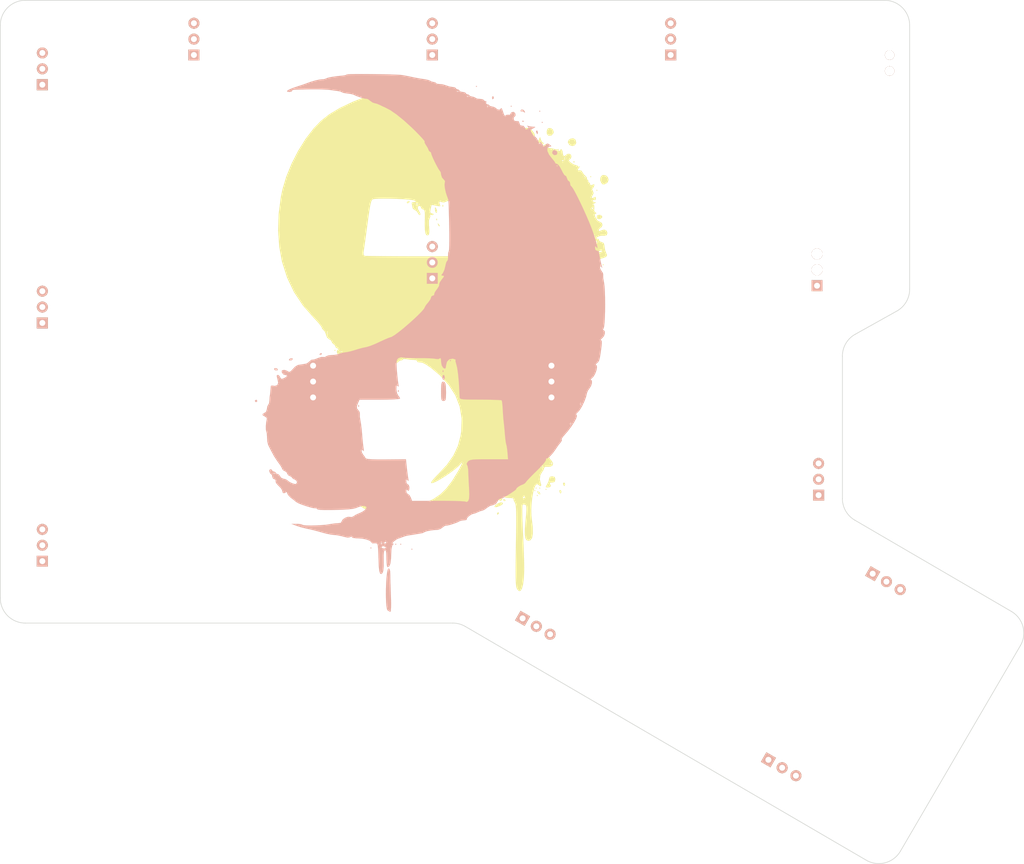
<source format=kicad_pcb>
(kicad_pcb (version 4) (host pcbnew 4.0.7)

  (general
    (links 0)
    (no_connects 0)
    (area 59.524999 39.274999 223.219426 177.440288)
    (thickness 1.6)
    (drawings 18)
    (tracks 0)
    (zones 0)
    (modules 19)
    (nets 1)
  )

  (page A4)
  (layers
    (0 F.Cu signal)
    (31 B.Cu signal)
    (32 B.Adhes user)
    (33 F.Adhes user)
    (34 B.Paste user)
    (35 F.Paste user)
    (36 B.SilkS user)
    (37 F.SilkS user)
    (38 B.Mask user)
    (39 F.Mask user)
    (40 Dwgs.User user hide)
    (41 Cmts.User user)
    (42 Eco1.User user)
    (43 Eco2.User user)
    (44 Edge.Cuts user)
    (45 Margin user)
    (46 B.CrtYd user)
    (47 F.CrtYd user)
    (48 B.Fab user)
    (49 F.Fab user)
  )

  (setup
    (last_trace_width 0.25)
    (trace_clearance 0.2)
    (zone_clearance 0.508)
    (zone_45_only no)
    (trace_min 0.2)
    (segment_width 0.2)
    (edge_width 0.15)
    (via_size 0.6)
    (via_drill 0.4)
    (via_min_size 0.4)
    (via_min_drill 0.3)
    (uvia_size 0.3)
    (uvia_drill 0.1)
    (uvias_allowed no)
    (uvia_min_size 0.2)
    (uvia_min_drill 0.1)
    (pcb_text_width 0.3)
    (pcb_text_size 1.5 1.5)
    (mod_edge_width 0.15)
    (mod_text_size 1 1)
    (mod_text_width 0.15)
    (pad_size 1.7526 1.7526)
    (pad_drill 1.7526)
    (pad_to_mask_clearance 0.2)
    (aux_axis_origin 0 0)
    (visible_elements 7FFFFF7F)
    (pcbplotparams
      (layerselection 0x010fc_80000001)
      (usegerberextensions false)
      (excludeedgelayer true)
      (linewidth 0.100000)
      (plotframeref false)
      (viasonmask false)
      (mode 1)
      (useauxorigin false)
      (hpglpennumber 1)
      (hpglpenspeed 20)
      (hpglpendiameter 15)
      (hpglpenoverlay 2)
      (psnegative false)
      (psa4output false)
      (plotreference true)
      (plotvalue true)
      (plotinvisibletext false)
      (padsonsilk false)
      (subtractmaskfromsilk false)
      (outputformat 1)
      (mirror false)
      (drillshape 0)
      (scaleselection 1)
      (outputdirectory "Base Gerbers/"))
  )

  (net 0 "")

  (net_class Default "This is the default net class."
    (clearance 0.2)
    (trace_width 0.25)
    (via_dia 0.6)
    (via_drill 0.4)
    (uvia_dia 0.3)
    (uvia_drill 0.1)
  )

  (net_class thick ""
    (clearance 0.2)
    (trace_width 0.51)
    (via_dia 0.6)
    (via_drill 0.4)
    (uvia_dia 0.3)
    (uvia_drill 0.1)
  )

  (module keebs:Board-Board-Conn (layer F.Cu) (tedit 5A839BC6) (tstamp 5A839B6C)
    (at 201.6 50.7 90)
    (fp_text reference "" (at -14.03125 -0.428125 180) (layer F.SilkS)
      (effects (font (size 1.27 1.524) (thickness 0.2032)))
    )
    (fp_text value "" (at 0 0 90) (layer F.SilkS) hide
      (effects (font (size 1.27 1.524) (thickness 0.2032)))
    )
    (pad 2 thru_hole circle (at 0.07 0.12 90) (size 1.5 1.5) (drill 1.5) (layers *.Cu *.SilkS *.Mask))
    (pad 3 thru_hole circle (at 2.61 0.12 90) (size 1.5 1.5) (drill 1.5) (layers *.Cu *.SilkS *.Mask))
  )

  (module keebs:Mx_Alps_200-nocenter (layer F.Cu) (tedit 5A37444D) (tstamp 5A3748F5)
    (at 184.45 142.7 240)
    (descr MXALPS)
    (tags MXALPS)
    (fp_text reference "Stab cutout" (at 0 4.318 240) (layer B.SilkS) hide
      (effects (font (size 1 1) (thickness 0.2)) (justify mirror))
    )
    (fp_text value >VALUE (at 14.732 10.668 240) (layer B.SilkS) hide
      (effects (font (thickness 0.3048)) (justify mirror))
    )
    (fp_line (start -18.923 -9.398) (end 18.923 -9.398) (layer Dwgs.User) (width 0.1524))
    (fp_line (start 18.923 -9.398) (end 18.923 9.398) (layer Dwgs.User) (width 0.1524))
    (fp_line (start 18.923 9.398) (end -18.923 9.398) (layer Dwgs.User) (width 0.1524))
    (fp_line (start -18.923 9.398) (end -18.923 -9.398) (layer Dwgs.User) (width 0.1524))
    (fp_line (start -6.985 -6.985) (end 6.985 -6.985) (layer Eco2.User) (width 0.1524))
    (fp_line (start 6.985 -6.985) (end 6.985 -4.8768) (layer Eco2.User) (width 0.1524))
    (fp_line (start 6.985 -4.8768) (end 8.6106 -4.8768) (layer Eco2.User) (width 0.1524))
    (fp_line (start 8.6106 -4.8768) (end 8.6106 -5.6896) (layer Eco2.User) (width 0.1524))
    (fp_line (start 8.6106 -5.6896) (end 15.2654 -5.6896) (layer Eco2.User) (width 0.1524))
    (fp_line (start 15.2654 -5.6896) (end 15.2654 -2.286) (layer Eco2.User) (width 0.1524))
    (fp_line (start 15.2654 -2.286) (end 16.129 -2.286) (layer Eco2.User) (width 0.1524))
    (fp_line (start 16.129 -2.286) (end 16.129 0.508) (layer Eco2.User) (width 0.1524))
    (fp_line (start 16.129 0.508) (end 15.2654 0.508) (layer Eco2.User) (width 0.1524))
    (fp_line (start 15.2654 0.508) (end 15.2654 6.604) (layer Eco2.User) (width 0.1524))
    (fp_line (start 15.2654 6.604) (end 14.224 6.604) (layer Eco2.User) (width 0.1524))
    (fp_line (start 14.224 6.604) (end 14.224 7.7724) (layer Eco2.User) (width 0.1524))
    (fp_line (start 14.224 7.7724) (end 9.652 7.7724) (layer Eco2.User) (width 0.1524))
    (fp_line (start 9.652 7.7724) (end 9.652 6.604) (layer Eco2.User) (width 0.1524))
    (fp_line (start 9.652 6.604) (end 8.6106 6.604) (layer Eco2.User) (width 0.1524))
    (fp_line (start 8.6106 6.604) (end 8.6106 5.8166) (layer Eco2.User) (width 0.1524))
    (fp_line (start 8.6106 5.8166) (end 6.985 5.8166) (layer Eco2.User) (width 0.1524))
    (fp_line (start 6.985 5.8166) (end 6.985 6.985) (layer Eco2.User) (width 0.1524))
    (fp_line (start 6.985 6.985) (end -6.985 6.985) (layer Eco2.User) (width 0.1524))
    (fp_line (start -6.985 6.985) (end -6.985 5.8166) (layer Eco2.User) (width 0.1524))
    (fp_line (start -6.985 5.8166) (end -8.6106 5.8166) (layer Eco2.User) (width 0.1524))
    (fp_line (start -8.6106 5.8166) (end -8.6106 6.604) (layer Eco2.User) (width 0.1524))
    (fp_line (start -8.6106 6.604) (end -9.652 6.604) (layer Eco2.User) (width 0.1524))
    (fp_line (start -9.652 6.604) (end -9.652 7.7724) (layer Eco2.User) (width 0.1524))
    (fp_line (start -9.652 7.7724) (end -14.224 7.7724) (layer Eco2.User) (width 0.1524))
    (fp_line (start -14.224 7.7724) (end -14.224 6.604) (layer Eco2.User) (width 0.1524))
    (fp_line (start -14.224 6.604) (end -15.2654 6.604) (layer Eco2.User) (width 0.1524))
    (fp_line (start -15.2654 6.604) (end -15.2654 0.508) (layer Eco2.User) (width 0.1524))
    (fp_line (start -15.2654 0.508) (end -16.129 0.508) (layer Eco2.User) (width 0.1524))
    (fp_line (start -16.129 0.508) (end -16.129 -2.286) (layer Eco2.User) (width 0.1524))
    (fp_line (start -16.129 -2.286) (end -15.2654 -2.286) (layer Eco2.User) (width 0.1524))
    (fp_line (start -15.2654 -2.286) (end -15.2654 -5.6896) (layer Eco2.User) (width 0.1524))
    (fp_line (start -15.2654 -5.6896) (end -8.6106 -5.6896) (layer Eco2.User) (width 0.1524))
    (fp_line (start -8.6106 -5.6896) (end -8.6106 -4.8768) (layer Eco2.User) (width 0.1524))
    (fp_line (start -8.6106 -4.8768) (end -6.985 -4.8768) (layer Eco2.User) (width 0.1524))
    (fp_line (start -6.985 -4.8768) (end -6.985 -6.985) (layer Eco2.User) (width 0.1524))
    (fp_line (start 15.367 -7.62) (end 8.509 -7.62) (layer Cmts.User) (width 0.1524))
    (fp_line (start 8.509 -7.62) (end 8.509 7.62) (layer Cmts.User) (width 0.1524))
    (fp_line (start 8.509 7.62) (end -8.509 7.62) (layer Cmts.User) (width 0.1524))
    (fp_line (start -8.509 7.62) (end -8.509 -7.62) (layer Cmts.User) (width 0.1524))
    (fp_line (start -8.509 -7.62) (end -15.367 -7.62) (layer Cmts.User) (width 0.1524))
    (fp_line (start -15.367 -7.62) (end -15.367 10.16) (layer Cmts.User) (width 0.1524))
    (fp_line (start -15.367 10.16) (end 15.367 10.16) (layer Cmts.User) (width 0.1524))
    (fp_line (start 15.367 10.16) (end 15.367 -7.62) (layer Cmts.User) (width 0.1524))
    (pad "" np_thru_hole circle (at -11.938 -6.985 240) (size 4 4) (drill 4) (layers *.Cu))
    (pad "" np_thru_hole circle (at 11.938 -6.985 240) (size 4 4) (drill 4) (layers *.Cu))
    (pad "" np_thru_hole oval (at -11.938 9.255 240) (size 3.9878 6) (drill oval 3.9878 6) (layers *.Cu))
    (pad "" np_thru_hole oval (at 11.938 9.255 240) (size 3.9878 6) (drill oval 3.9878 6) (layers *.Cu))
  )

  (module keebs:Mx_Alps_200-nocenter (layer F.Cu) (tedit 5A37444D) (tstamp 5A3744C9)
    (at 200.975 152.225 60)
    (descr MXALPS)
    (tags MXALPS)
    (fp_text reference "Stab cutout" (at 0 4.318 60) (layer B.SilkS) hide
      (effects (font (size 1 1) (thickness 0.2)) (justify mirror))
    )
    (fp_text value >VALUE (at 14.732 10.668 60) (layer B.SilkS) hide
      (effects (font (thickness 0.3048)) (justify mirror))
    )
    (fp_line (start -18.923 -9.398) (end 18.923 -9.398) (layer Dwgs.User) (width 0.1524))
    (fp_line (start 18.923 -9.398) (end 18.923 9.398) (layer Dwgs.User) (width 0.1524))
    (fp_line (start 18.923 9.398) (end -18.923 9.398) (layer Dwgs.User) (width 0.1524))
    (fp_line (start -18.923 9.398) (end -18.923 -9.398) (layer Dwgs.User) (width 0.1524))
    (fp_line (start -6.985 -6.985) (end 6.985 -6.985) (layer Eco2.User) (width 0.1524))
    (fp_line (start 6.985 -6.985) (end 6.985 -4.8768) (layer Eco2.User) (width 0.1524))
    (fp_line (start 6.985 -4.8768) (end 8.6106 -4.8768) (layer Eco2.User) (width 0.1524))
    (fp_line (start 8.6106 -4.8768) (end 8.6106 -5.6896) (layer Eco2.User) (width 0.1524))
    (fp_line (start 8.6106 -5.6896) (end 15.2654 -5.6896) (layer Eco2.User) (width 0.1524))
    (fp_line (start 15.2654 -5.6896) (end 15.2654 -2.286) (layer Eco2.User) (width 0.1524))
    (fp_line (start 15.2654 -2.286) (end 16.129 -2.286) (layer Eco2.User) (width 0.1524))
    (fp_line (start 16.129 -2.286) (end 16.129 0.508) (layer Eco2.User) (width 0.1524))
    (fp_line (start 16.129 0.508) (end 15.2654 0.508) (layer Eco2.User) (width 0.1524))
    (fp_line (start 15.2654 0.508) (end 15.2654 6.604) (layer Eco2.User) (width 0.1524))
    (fp_line (start 15.2654 6.604) (end 14.224 6.604) (layer Eco2.User) (width 0.1524))
    (fp_line (start 14.224 6.604) (end 14.224 7.7724) (layer Eco2.User) (width 0.1524))
    (fp_line (start 14.224 7.7724) (end 9.652 7.7724) (layer Eco2.User) (width 0.1524))
    (fp_line (start 9.652 7.7724) (end 9.652 6.604) (layer Eco2.User) (width 0.1524))
    (fp_line (start 9.652 6.604) (end 8.6106 6.604) (layer Eco2.User) (width 0.1524))
    (fp_line (start 8.6106 6.604) (end 8.6106 5.8166) (layer Eco2.User) (width 0.1524))
    (fp_line (start 8.6106 5.8166) (end 6.985 5.8166) (layer Eco2.User) (width 0.1524))
    (fp_line (start 6.985 5.8166) (end 6.985 6.985) (layer Eco2.User) (width 0.1524))
    (fp_line (start 6.985 6.985) (end -6.985 6.985) (layer Eco2.User) (width 0.1524))
    (fp_line (start -6.985 6.985) (end -6.985 5.8166) (layer Eco2.User) (width 0.1524))
    (fp_line (start -6.985 5.8166) (end -8.6106 5.8166) (layer Eco2.User) (width 0.1524))
    (fp_line (start -8.6106 5.8166) (end -8.6106 6.604) (layer Eco2.User) (width 0.1524))
    (fp_line (start -8.6106 6.604) (end -9.652 6.604) (layer Eco2.User) (width 0.1524))
    (fp_line (start -9.652 6.604) (end -9.652 7.7724) (layer Eco2.User) (width 0.1524))
    (fp_line (start -9.652 7.7724) (end -14.224 7.7724) (layer Eco2.User) (width 0.1524))
    (fp_line (start -14.224 7.7724) (end -14.224 6.604) (layer Eco2.User) (width 0.1524))
    (fp_line (start -14.224 6.604) (end -15.2654 6.604) (layer Eco2.User) (width 0.1524))
    (fp_line (start -15.2654 6.604) (end -15.2654 0.508) (layer Eco2.User) (width 0.1524))
    (fp_line (start -15.2654 0.508) (end -16.129 0.508) (layer Eco2.User) (width 0.1524))
    (fp_line (start -16.129 0.508) (end -16.129 -2.286) (layer Eco2.User) (width 0.1524))
    (fp_line (start -16.129 -2.286) (end -15.2654 -2.286) (layer Eco2.User) (width 0.1524))
    (fp_line (start -15.2654 -2.286) (end -15.2654 -5.6896) (layer Eco2.User) (width 0.1524))
    (fp_line (start -15.2654 -5.6896) (end -8.6106 -5.6896) (layer Eco2.User) (width 0.1524))
    (fp_line (start -8.6106 -5.6896) (end -8.6106 -4.8768) (layer Eco2.User) (width 0.1524))
    (fp_line (start -8.6106 -4.8768) (end -6.985 -4.8768) (layer Eco2.User) (width 0.1524))
    (fp_line (start -6.985 -4.8768) (end -6.985 -6.985) (layer Eco2.User) (width 0.1524))
    (fp_line (start 15.367 -7.62) (end 8.509 -7.62) (layer Cmts.User) (width 0.1524))
    (fp_line (start 8.509 -7.62) (end 8.509 7.62) (layer Cmts.User) (width 0.1524))
    (fp_line (start 8.509 7.62) (end -8.509 7.62) (layer Cmts.User) (width 0.1524))
    (fp_line (start -8.509 7.62) (end -8.509 -7.62) (layer Cmts.User) (width 0.1524))
    (fp_line (start -8.509 -7.62) (end -15.367 -7.62) (layer Cmts.User) (width 0.1524))
    (fp_line (start -15.367 -7.62) (end -15.367 10.16) (layer Cmts.User) (width 0.1524))
    (fp_line (start -15.367 10.16) (end 15.367 10.16) (layer Cmts.User) (width 0.1524))
    (fp_line (start 15.367 10.16) (end 15.367 -7.62) (layer Cmts.User) (width 0.1524))
    (pad "" np_thru_hole circle (at -11.938 -6.985 60) (size 4 4) (drill 4) (layers *.Cu))
    (pad "" np_thru_hole circle (at 11.938 -6.985 60) (size 4 4) (drill 4) (layers *.Cu))
    (pad "" np_thru_hole oval (at -11.938 9.255 60) (size 3.9878 6) (drill oval 3.9878 6) (layers *.Cu))
    (pad "" np_thru_hole oval (at 11.938 9.255 60) (size 3.9878 6) (drill oval 3.9878 6) (layers *.Cu))
  )

  (module keebs:Board-Board-Conn (layer F.Cu) (tedit 5A334C72) (tstamp 5A3352B0)
    (at 190.25 116 90)
    (fp_text reference "" (at -14.03125 -0.428125 180) (layer F.SilkS)
      (effects (font (size 1.27 1.524) (thickness 0.2032)))
    )
    (fp_text value "" (at 0 0 90) (layer F.SilkS) hide
      (effects (font (size 1.27 1.524) (thickness 0.2032)))
    )
    (pad 1 thru_hole rect (at -2.47 0.12 90) (size 1.7526 1.7526) (drill 0.95) (layers *.Cu *.SilkS *.Mask))
    (pad 2 thru_hole circle (at 0.07 0.12 90) (size 1.7526 1.7526) (drill 0.95) (layers *.Cu *.SilkS *.Mask))
    (pad 3 thru_hole circle (at 2.61 0.12 90) (size 1.7526 1.7526) (drill 0.95) (layers *.Cu *.SilkS *.Mask))
  )

  (module keebs:Board-Board-Conn (layer F.Cu) (tedit 5A334C72) (tstamp 5A33526B)
    (at 201.215625 132.159375 330)
    (fp_text reference "" (at -14.03125 -0.428125 420) (layer F.SilkS)
      (effects (font (size 1.27 1.524) (thickness 0.2032)))
    )
    (fp_text value "" (at 0 0 330) (layer F.SilkS) hide
      (effects (font (size 1.27 1.524) (thickness 0.2032)))
    )
    (pad 1 thru_hole rect (at -2.47 0.12 330) (size 1.7526 1.7526) (drill 0.95) (layers *.Cu *.SilkS *.Mask))
    (pad 2 thru_hole circle (at 0.07 0.12 330) (size 1.7526 1.7526) (drill 0.95) (layers *.Cu *.SilkS *.Mask))
    (pad 3 thru_hole circle (at 2.61 0.12 210) (size 1.7526 1.7526) (drill 0.95) (layers *.Cu *.SilkS *.Mask))
  )

  (module keebs:Board-Board-Conn (layer F.Cu) (tedit 5A334C72) (tstamp 5A335258)
    (at 184.546875 161.925 330)
    (fp_text reference "" (at -14.03125 -0.428125 420) (layer F.SilkS)
      (effects (font (size 1.27 1.524) (thickness 0.2032)))
    )
    (fp_text value "" (at 0 0 330) (layer F.SilkS) hide
      (effects (font (size 1.27 1.524) (thickness 0.2032)))
    )
    (pad 1 thru_hole rect (at -2.47 0.12 330) (size 1.7526 1.7526) (drill 0.95) (layers *.Cu *.SilkS *.Mask))
    (pad 2 thru_hole circle (at 0.07 0.12 330) (size 1.7526 1.7526) (drill 0.95) (layers *.Cu *.SilkS *.Mask))
    (pad 3 thru_hole circle (at 2.61 0.12 210) (size 1.7526 1.7526) (drill 0.95) (layers *.Cu *.SilkS *.Mask))
  )

  (module keebs:Board-Board-Conn (layer F.Cu) (tedit 5A334C72) (tstamp 5A3351F8)
    (at 145.25625 139.303125 330)
    (fp_text reference "" (at -14.03125 -0.428125 420) (layer F.SilkS)
      (effects (font (size 1.27 1.524) (thickness 0.2032)))
    )
    (fp_text value "" (at 0 0 330) (layer F.SilkS) hide
      (effects (font (size 1.27 1.524) (thickness 0.2032)))
    )
    (pad 1 thru_hole rect (at -2.47 0.12 330) (size 1.7526 1.7526) (drill 0.95) (layers *.Cu *.SilkS *.Mask))
    (pad 2 thru_hole circle (at 0.07 0.12 330) (size 1.7526 1.7526) (drill 0.95) (layers *.Cu *.SilkS *.Mask))
    (pad 3 thru_hole circle (at 2.61 0.12 210) (size 1.7526 1.7526) (drill 0.95) (layers *.Cu *.SilkS *.Mask))
  )

  (module keebs:Board-Board-Conn (layer F.Cu) (tedit 5A334C72) (tstamp 5A3351EE)
    (at 109.45 100.36875 90)
    (fp_text reference "" (at -14.03125 -0.428125 180) (layer F.SilkS)
      (effects (font (size 1.27 1.524) (thickness 0.2032)))
    )
    (fp_text value "" (at 0 0 90) (layer F.SilkS) hide
      (effects (font (size 1.27 1.524) (thickness 0.2032)))
    )
    (pad 1 thru_hole rect (at -2.47 0.12 90) (size 1.7526 1.7526) (drill 0.95) (layers *.Cu *.SilkS *.Mask))
    (pad 2 thru_hole circle (at 0.07 0.12 90) (size 1.7526 1.7526) (drill 0.95) (layers *.Cu *.SilkS *.Mask))
    (pad 3 thru_hole circle (at 2.61 0.12 90) (size 1.7526 1.7526) (drill 0.95) (layers *.Cu *.SilkS *.Mask))
  )

  (module keebs:Board-Board-Conn (layer F.Cu) (tedit 5A334C72) (tstamp 5A3351DA)
    (at 147.55 100.36875 90)
    (fp_text reference "" (at -14.03125 -0.428125 180) (layer F.SilkS)
      (effects (font (size 1.27 1.524) (thickness 0.2032)))
    )
    (fp_text value "" (at 0 0 90) (layer F.SilkS) hide
      (effects (font (size 1.27 1.524) (thickness 0.2032)))
    )
    (pad 1 thru_hole rect (at -2.47 0.12 90) (size 1.7526 1.7526) (drill 0.95) (layers *.Cu *.SilkS *.Mask))
    (pad 2 thru_hole circle (at 0.07 0.12 90) (size 1.7526 1.7526) (drill 0.95) (layers *.Cu *.SilkS *.Mask))
    (pad 3 thru_hole circle (at 2.61 0.12 90) (size 1.7526 1.7526) (drill 0.95) (layers *.Cu *.SilkS *.Mask))
  )

  (module keebs:Board-Board-Conn (layer F.Cu) (tedit 5A334C72) (tstamp 5A3351D1)
    (at 128.5 81.31875 90)
    (fp_text reference "" (at -14.03125 -0.428125 180) (layer F.SilkS)
      (effects (font (size 1.27 1.524) (thickness 0.2032)))
    )
    (fp_text value "" (at 0 0 90) (layer F.SilkS) hide
      (effects (font (size 1.27 1.524) (thickness 0.2032)))
    )
    (pad 1 thru_hole rect (at -2.47 0.12 90) (size 1.7526 1.7526) (drill 0.95) (layers *.Cu *.SilkS *.Mask))
    (pad 2 thru_hole circle (at 0.07 0.12 90) (size 1.7526 1.7526) (drill 0.95) (layers *.Cu *.SilkS *.Mask))
    (pad 3 thru_hole circle (at 2.61 0.12 90) (size 1.7526 1.7526) (drill 0.95) (layers *.Cu *.SilkS *.Mask))
  )

  (module keebs:Board-Board-Conn (layer F.Cu) (tedit 5A334C72) (tstamp 5A334E82)
    (at 166.6 45.6 90)
    (fp_text reference "" (at -14.03125 -0.428125 180) (layer F.SilkS)
      (effects (font (size 1.27 1.524) (thickness 0.2032)))
    )
    (fp_text value "" (at 0 0 90) (layer F.SilkS) hide
      (effects (font (size 1.27 1.524) (thickness 0.2032)))
    )
    (pad 1 thru_hole rect (at -2.47 0.12 90) (size 1.7526 1.7526) (drill 0.95) (layers *.Cu *.SilkS *.Mask))
    (pad 2 thru_hole circle (at 0.07 0.12 90) (size 1.7526 1.7526) (drill 0.95) (layers *.Cu *.SilkS *.Mask))
    (pad 3 thru_hole circle (at 2.61 0.12 90) (size 1.7526 1.7526) (drill 0.95) (layers *.Cu *.SilkS *.Mask))
  )

  (module keebs:Board-Board-Conn (layer F.Cu) (tedit 5A334C72) (tstamp 5A334E79)
    (at 128.5 45.6 90)
    (fp_text reference "" (at -14.03125 -0.428125 180) (layer F.SilkS)
      (effects (font (size 1.27 1.524) (thickness 0.2032)))
    )
    (fp_text value "" (at 0 0 90) (layer F.SilkS) hide
      (effects (font (size 1.27 1.524) (thickness 0.2032)))
    )
    (pad 1 thru_hole rect (at -2.47 0.12 90) (size 1.7526 1.7526) (drill 0.95) (layers *.Cu *.SilkS *.Mask))
    (pad 2 thru_hole circle (at 0.07 0.12 90) (size 1.7526 1.7526) (drill 0.95) (layers *.Cu *.SilkS *.Mask))
    (pad 3 thru_hole circle (at 2.61 0.12 90) (size 1.7526 1.7526) (drill 0.95) (layers *.Cu *.SilkS *.Mask))
  )

  (module keebs:Board-Board-Conn (layer F.Cu) (tedit 5A334C72) (tstamp 5A334E4A)
    (at 90.4 45.6 90)
    (fp_text reference "" (at -14.03125 -0.428125 180) (layer F.SilkS)
      (effects (font (size 1.27 1.524) (thickness 0.2032)))
    )
    (fp_text value "" (at 0 0 90) (layer F.SilkS) hide
      (effects (font (size 1.27 1.524) (thickness 0.2032)))
    )
    (pad 1 thru_hole rect (at -2.47 0.12 90) (size 1.7526 1.7526) (drill 0.95) (layers *.Cu *.SilkS *.Mask))
    (pad 2 thru_hole circle (at 0.07 0.12 90) (size 1.7526 1.7526) (drill 0.95) (layers *.Cu *.SilkS *.Mask))
    (pad 3 thru_hole circle (at 2.61 0.12 90) (size 1.7526 1.7526) (drill 0.95) (layers *.Cu *.SilkS *.Mask))
  )

  (module keebs:Board-Board-Conn (layer F.Cu) (tedit 5A334C72) (tstamp 5A334E2A)
    (at 66.175 50.353125 90)
    (fp_text reference "" (at -14.03125 -0.428125 180) (layer F.SilkS)
      (effects (font (size 1.27 1.524) (thickness 0.2032)))
    )
    (fp_text value "" (at 0 0 90) (layer F.SilkS) hide
      (effects (font (size 1.27 1.524) (thickness 0.2032)))
    )
    (pad 1 thru_hole rect (at -2.47 0.12 90) (size 1.7526 1.7526) (drill 0.95) (layers *.Cu *.SilkS *.Mask))
    (pad 2 thru_hole circle (at 0.07 0.12 90) (size 1.7526 1.7526) (drill 0.95) (layers *.Cu *.SilkS *.Mask))
    (pad 3 thru_hole circle (at 2.61 0.12 90) (size 1.7526 1.7526) (drill 0.95) (layers *.Cu *.SilkS *.Mask))
  )

  (module keebs:Board-Board-Conn (layer F.Cu) (tedit 5A334C72) (tstamp 5A334E1F)
    (at 66.175 88.453125 90)
    (fp_text reference "" (at -14.03125 -0.428125 180) (layer F.SilkS)
      (effects (font (size 1.27 1.524) (thickness 0.2032)))
    )
    (fp_text value "" (at 0 0 90) (layer F.SilkS) hide
      (effects (font (size 1.27 1.524) (thickness 0.2032)))
    )
    (pad 1 thru_hole rect (at -2.47 0.12 90) (size 1.7526 1.7526) (drill 0.95) (layers *.Cu *.SilkS *.Mask))
    (pad 2 thru_hole circle (at 0.07 0.12 90) (size 1.7526 1.7526) (drill 0.95) (layers *.Cu *.SilkS *.Mask))
    (pad 3 thru_hole circle (at 2.61 0.12 90) (size 1.7526 1.7526) (drill 0.95) (layers *.Cu *.SilkS *.Mask))
  )

  (module keebs:Board-Board-Conn (layer F.Cu) (tedit 5A334C72) (tstamp 5A334E15)
    (at 66.175 126.553125 90)
    (fp_text reference "" (at -14.03125 -0.428125 180) (layer F.SilkS)
      (effects (font (size 1.27 1.524) (thickness 0.2032)))
    )
    (fp_text value "" (at 0 0 90) (layer F.SilkS) hide
      (effects (font (size 1.27 1.524) (thickness 0.2032)))
    )
    (pad 1 thru_hole rect (at -2.47 0.12 90) (size 1.7526 1.7526) (drill 0.95) (layers *.Cu *.SilkS *.Mask))
    (pad 2 thru_hole circle (at 0.07 0.12 90) (size 1.7526 1.7526) (drill 0.95) (layers *.Cu *.SilkS *.Mask))
    (pad 3 thru_hole circle (at 2.61 0.12 90) (size 1.7526 1.7526) (drill 0.95) (layers *.Cu *.SilkS *.Mask))
  )

  (module keebs:Board-Board-Conn (layer F.Cu) (tedit 5A865729) (tstamp 5A31FF0E)
    (at 190 82.5 90)
    (fp_text reference "" (at -14.03125 -0.428125 180) (layer F.SilkS)
      (effects (font (size 1.27 1.524) (thickness 0.2032)))
    )
    (fp_text value "" (at 0 0 90) (layer F.SilkS) hide
      (effects (font (size 1.27 1.524) (thickness 0.2032)))
    )
    (pad 1 thru_hole rect (at -2.47 0.12 90) (size 1.7526 1.7526) (drill 0.95) (layers *.Cu *.SilkS *.Mask))
    (pad 2 thru_hole circle (at 0.07 0.12 90) (size 1.7526 1.7526) (drill 1.7526) (layers *.Cu *.SilkS *.Mask))
    (pad 3 thru_hole circle (at 2.61 0.12 90) (size 1.7526 1.7526) (drill 1.7526) (layers *.Cu *.SilkS *.Mask))
  )

  (module keebs:discord (layer F.Cu) (tedit 0) (tstamp 5A3B4E3E)
    (at 114.75 90.25)
    (fp_text reference G*** (at 0 0) (layer F.SilkS) hide
      (effects (font (thickness 0.3)))
    )
    (fp_text value LOGO (at 0.75 0) (layer F.SilkS) hide
      (effects (font (thickness 0.3)))
    )
    (fp_poly (pts (xy 13.957463 -36.86716) (xy 16.669446 -36.346889) (xy 18.25625 -35.886422) (xy 20.054893 -35.202116)
      (xy 21.973559 -34.29652) (xy 23.868716 -33.245077) (xy 25.596833 -32.123226) (xy 26.061862 -31.783748)
      (xy 27.054351 -31.06126) (xy 27.770333 -30.597986) (xy 28.225498 -30.384575) (xy 28.408749 -30.38503)
      (xy 28.993447 -30.548128) (xy 29.577972 -30.333706) (xy 29.842088 -30.096883) (xy 30.182178 -29.621238)
      (xy 30.281066 -29.254163) (xy 30.130747 -29.071035) (xy 29.950743 -29.073659) (xy 29.702029 -29.06174)
      (xy 29.712729 -28.815466) (xy 29.749037 -28.710235) (xy 30.043334 -28.316467) (xy 30.43778 -28.227124)
      (xy 30.797218 -28.453427) (xy 30.892465 -28.615325) (xy 31.096053 -29.071094) (xy 31.237961 -28.62461)
      (xy 31.420847 -28.278431) (xy 31.576645 -28.178125) (xy 31.676852 -28.053144) (xy 31.637687 -27.958502)
      (xy 31.462594 -27.859613) (xy 31.348347 -27.987418) (xy 31.054638 -28.133558) (xy 30.827449 -28.072909)
      (xy 30.592555 -27.943455) (xy 30.715938 -27.868611) (xy 30.909583 -27.831369) (xy 31.214973 -27.693576)
      (xy 31.223936 -27.53432) (xy 31.261451 -27.475456) (xy 31.535776 -27.629) (xy 31.562802 -27.647726)
      (xy 32.0439 -27.930394) (xy 32.281621 -27.921341) (xy 32.304401 -27.632422) (xy 32.375362 -27.360127)
      (xy 32.747164 -27.274843) (xy 33.230309 -27.210086) (xy 33.491305 -27.114303) (xy 33.853208 -27.062052)
      (xy 33.963472 -27.105668) (xy 34.099262 -27.129057) (xy 34.05098 -27.018161) (xy 34.039804 -26.814074)
      (xy 34.119538 -26.789063) (xy 34.321515 -26.941276) (xy 34.329687 -26.999212) (xy 34.451257 -27.117726)
      (xy 34.528125 -27.086719) (xy 34.681731 -26.813187) (xy 34.726562 -26.479696) (xy 34.815675 -26.090334)
      (xy 35.025086 -26.005607) (xy 35.222656 -26.193751) (xy 35.502546 -26.360451) (xy 35.730461 -26.392188)
      (xy 36.025915 -26.245625) (xy 36.119662 -25.92175) (xy 35.995155 -25.594286) (xy 35.818122 -25.47182)
      (xy 35.680874 -25.342411) (xy 35.838671 -25.119135) (xy 36.061089 -24.932525) (xy 36.494962 -24.6598)
      (xy 36.831685 -24.562147) (xy 36.854685 -24.56552) (xy 37.084887 -24.490283) (xy 37.107812 -24.404801)
      (xy 37.23763 -24.285878) (xy 37.355859 -24.325995) (xy 37.504646 -24.385497) (xy 37.365579 -24.209293)
      (xy 37.355859 -24.1988) (xy 37.130451 -23.865937) (xy 37.183802 -23.705171) (xy 37.403796 -23.740098)
      (xy 37.710498 -23.681915) (xy 37.837212 -23.485824) (xy 38.110688 -23.066635) (xy 38.338298 -22.856345)
      (xy 38.579298 -22.582075) (xy 38.587702 -22.409861) (xy 38.622176 -22.237857) (xy 38.695312 -22.225)
      (xy 38.824716 -22.104121) (xy 38.794531 -22.026563) (xy 38.810264 -21.843706) (xy 38.882038 -21.828125)
      (xy 39.067208 -21.667099) (xy 39.092187 -21.523487) (xy 39.166128 -21.325055) (xy 39.447922 -21.409359)
      (xy 39.469584 -21.420826) (xy 39.743067 -21.522338) (xy 39.770342 -21.339496) (xy 39.744096 -21.229371)
      (xy 39.586204 -20.909502) (xy 39.464236 -20.835938) (xy 39.414154 -20.698734) (xy 39.525051 -20.455176)
      (xy 39.659697 -20.075604) (xy 39.498455 -19.75585) (xy 39.338156 -19.430025) (xy 39.438988 -19.277716)
      (xy 39.730379 -19.400225) (xy 39.740457 -19.408482) (xy 39.95458 -19.497012) (xy 40.029725 -19.249608)
      (xy 39.95539 -18.975865) (xy 39.773535 -18.983299) (xy 39.526841 -18.967346) (xy 39.489062 -18.872794)
      (xy 39.653286 -18.679746) (xy 39.836328 -18.639178) (xy 40.048716 -18.606899) (xy 39.905402 -18.507186)
      (xy 39.786718 -18.454688) (xy 39.565929 -18.319642) (xy 39.620579 -18.270198) (xy 39.768008 -18.085055)
      (xy 39.757492 -17.660938) (xy 39.750015 -17.230647) (xy 39.874022 -17.065625) (xy 40.076159 -16.913534)
      (xy 40.084375 -16.855477) (xy 39.961853 -16.739074) (xy 39.878786 -16.772389) (xy 39.808651 -16.701342)
      (xy 39.894704 -16.361171) (xy 39.941931 -16.238397) (xy 40.282917 -15.705574) (xy 40.643614 -15.513933)
      (xy 40.977135 -15.316298) (xy 41.078943 -14.968497) (xy 40.924449 -14.644339) (xy 40.778906 -14.557698)
      (xy 40.515161 -14.306909) (xy 40.48125 -14.16537) (xy 40.547424 -13.991078) (xy 40.808194 -14.091898)
      (xy 40.851838 -14.118699) (xy 41.329656 -14.257646) (xy 41.710781 -14.103706) (xy 41.870242 -13.708451)
      (xy 41.870312 -13.698416) (xy 41.738082 -13.342232) (xy 41.330355 -13.262855) (xy 41.188574 -13.284086)
      (xy 40.791552 -13.267174) (xy 40.371887 -13.133703) (xy 40.107386 -12.94827) (xy 40.084375 -12.882946)
      (xy 40.206168 -12.767956) (xy 40.282812 -12.799219) (xy 40.454829 -12.756866) (xy 40.48125 -12.626294)
      (xy 40.650166 -12.371217) (xy 40.927734 -12.267318) (xy 41.261487 -12.120755) (xy 41.38248 -11.736029)
      (xy 41.388634 -11.608594) (xy 41.488297 -10.994105) (xy 41.659236 -10.537699) (xy 41.809067 -10.166975)
      (xy 41.697847 -9.949073) (xy 41.545601 -9.850509) (xy 41.10345 -9.670782) (xy 40.878125 -9.631561)
      (xy 40.642775 -9.495561) (xy 40.630078 -9.376172) (xy 40.509316 -9.174755) (xy 40.294523 -9.128125)
      (xy 39.914645 -9.037005) (xy 39.786718 -8.929688) (xy 39.86426 -8.789149) (xy 40.250334 -8.731347)
      (xy 40.271101 -8.73125) (xy 40.747344 -8.673452) (xy 40.844964 -8.497298) (xy 40.565422 -8.198646)
      (xy 40.48125 -8.135938) (xy 40.171019 -7.774649) (xy 40.084375 -7.485753) (xy 40.045354 -7.289945)
      (xy 39.885688 -7.371465) (xy 39.627968 -7.652223) (xy 39.171562 -8.182827) (xy 39.171562 -7.493514)
      (xy 39.230156 -6.996311) (xy 39.422444 -6.825582) (xy 39.471537 -6.825148) (xy 39.752879 -6.678049)
      (xy 39.848851 -6.469875) (xy 39.830191 -6.198269) (xy 39.628535 -6.207876) (xy 39.515966 -6.206561)
      (xy 39.437935 -6.066721) (xy 39.390111 -5.735653) (xy 39.368161 -5.16065) (xy 39.367753 -4.289009)
      (xy 39.382169 -3.210658) (xy 39.394595 -1.382854) (xy 39.360404 0.254798) (xy 39.268758 1.779425)
      (xy 39.108818 3.268152) (xy 38.869743 4.798106) (xy 38.540695 6.446413) (xy 38.110833 8.2902)
      (xy 37.569319 10.406594) (xy 37.355234 11.211718) (xy 37.199822 11.636289) (xy 37.105012 11.807031)
      (xy 36.95892 12.111713) (xy 36.771463 12.627512) (xy 36.716741 12.799218) (xy 36.453538 13.494831)
      (xy 36.020837 14.454387) (xy 35.456393 15.60337) (xy 34.797961 16.867263) (xy 34.083295 18.171547)
      (xy 33.357969 19.428542) (xy 32.915534 20.195751) (xy 32.58766 20.808155) (xy 32.404833 21.205318)
      (xy 32.39754 21.326804) (xy 32.401253 21.325113) (xy 32.456407 21.334025) (xy 32.257775 21.515753)
      (xy 32.008967 21.745176) (xy 32.071528 21.822387) (xy 32.208166 21.828125) (xy 32.495124 21.957077)
      (xy 32.54375 22.095025) (xy 32.679701 22.421048) (xy 32.929427 22.71096) (xy 33.179697 23.112793)
      (xy 33.094492 23.464258) (xy 32.732953 23.6727) (xy 32.311698 23.678757) (xy 31.884771 23.676427)
      (xy 31.750206 23.872491) (xy 31.75 23.885629) (xy 31.618812 24.257434) (xy 31.438882 24.492144)
      (xy 31.146265 25.019957) (xy 31.059615 25.689147) (xy 31.194773 26.260354) (xy 31.285178 26.593619)
      (xy 31.21604 26.793507) (xy 31.042814 26.742356) (xy 30.995069 26.684096) (xy 30.683042 26.462842)
      (xy 30.622848 26.446418) (xy 30.400511 26.58905) (xy 30.189607 27.052038) (xy 30.001987 27.758861)
      (xy 29.849506 28.632999) (xy 29.744015 29.597933) (xy 29.697368 30.577143) (xy 29.721418 31.494108)
      (xy 29.770116 31.951424) (xy 29.927683 33.330542) (xy 29.946848 34.356534) (xy 29.824635 35.049327)
      (xy 29.558066 35.428851) (xy 29.236825 35.520312) (xy 28.940612 35.422277) (xy 28.751467 35.101137)
      (xy 28.663613 34.516338) (xy 28.671272 33.627324) (xy 28.768666 32.393542) (xy 28.778021 32.299889)
      (xy 28.875247 31.264679) (xy 28.920005 30.557058) (xy 28.911537 30.111122) (xy 28.849089 29.860967)
      (xy 28.748786 29.750389) (xy 28.424993 29.690078) (xy 28.315119 29.747692) (xy 28.275816 29.986769)
      (xy 28.259838 30.560843) (xy 28.266504 31.408765) (xy 28.295133 32.469383) (xy 28.345041 33.681548)
      (xy 28.36307 34.0463) (xy 28.429103 35.447137) (xy 28.485539 36.861328) (xy 28.529036 38.186883)
      (xy 28.556255 39.32181) (xy 28.563854 40.16412) (xy 28.563799 40.174449) (xy 28.517268 41.412532)
      (xy 28.400198 42.398878) (xy 28.223544 43.105551) (xy 27.998258 43.504613) (xy 27.735293 43.568127)
      (xy 27.445605 43.268155) (xy 27.389455 43.16965) (xy 27.314558 42.954606) (xy 27.257949 42.598651)
      (xy 27.218778 42.062856) (xy 27.196194 41.30829) (xy 27.189346 40.296023) (xy 27.197383 38.987126)
      (xy 27.219453 37.342669) (xy 27.237979 36.240683) (xy 27.267708 34.431552) (xy 27.28539 32.977992)
      (xy 27.28995 31.838848) (xy 27.280313 30.97297) (xy 27.255403 30.339203) (xy 27.214144 29.896395)
      (xy 27.155462 29.603393) (xy 27.07828 29.419044) (xy 27.058931 29.389296) (xy 26.872011 29.020007)
      (xy 26.863866 28.812941) (xy 26.756126 28.714845) (xy 26.366714 28.668465) (xy 26.23044 28.668158)
      (xy 25.665362 28.624602) (xy 25.49826 28.575) (xy 28.376562 28.575) (xy 28.444266 28.768278)
      (xy 28.46407 28.773437) (xy 28.633489 28.634385) (xy 28.674218 28.575) (xy 28.658485 28.392143)
      (xy 28.586711 28.376562) (xy 28.384638 28.52061) (xy 28.376562 28.575) (xy 25.49826 28.575)
      (xy 25.246514 28.500273) (xy 25.21308 28.479478) (xy 25.017093 28.379069) (xy 25.051158 28.485255)
      (xy 25.069759 28.817287) (xy 25.005155 28.968589) (xy 24.790137 29.137551) (xy 24.558241 29.014375)
      (xy 24.241961 28.892168) (xy 23.898195 29.051432) (xy 22.668303 29.78806) (xy 21.145734 30.512768)
      (xy 19.433813 31.187356) (xy 17.635866 31.773623) (xy 15.855219 32.233368) (xy 14.684375 32.457861)
      (xy 13.595375 32.586026) (xy 12.322134 32.664088) (xy 10.979052 32.691928) (xy 9.680529 32.669425)
      (xy 8.540966 32.596461) (xy 7.674762 32.472916) (xy 7.639843 32.46522) (xy 7.105946 32.384363)
      (xy 6.777906 32.360495) (xy 6.349654 32.194667) (xy 6.212023 31.959772) (xy 5.931953 31.618942)
      (xy 5.48646 31.452162) (xy 4.941272 31.289625) (xy 4.259206 31.008879) (xy 3.533092 30.658901)
      (xy 2.855758 30.288668) (xy 2.320034 29.947158) (xy 2.01875 29.683347) (xy 1.984375 29.60445)
      (xy 2.102773 29.416015) (xy 2.430859 29.458492) (xy 5.019309 30.079855) (xy 7.479711 30.328133)
      (xy 9.80989 30.203343) (xy 12.007674 29.7055) (xy 12.905489 29.379174) (xy 14.118692 28.793288)
      (xy 15.173 28.064475) (xy 16.127118 27.13397) (xy 17.039755 25.943005) (xy 17.969615 24.432816)
      (xy 18.126637 24.152724) (xy 18.356767 23.713281) (xy 31.353125 23.713281) (xy 31.452343 23.8125)
      (xy 31.551562 23.713281) (xy 31.452343 23.614062) (xy 31.353125 23.713281) (xy 18.356767 23.713281)
      (xy 18.419162 23.594137) (xy 18.605306 23.179904) (xy 18.631426 23.084895) (xy 32.808333 23.084895)
      (xy 32.835572 23.202866) (xy 32.940625 23.217187) (xy 33.103961 23.144582) (xy 33.072916 23.084895)
      (xy 32.837417 23.061146) (xy 32.808333 23.084895) (xy 18.631426 23.084895) (xy 18.662248 22.972787)
      (xy 18.56717 23.035545) (xy 18.501258 23.122394) (xy 18.114276 23.543023) (xy 17.519499 24.052971)
      (xy 16.790206 24.604084) (xy 15.999678 25.148206) (xy 15.221195 25.637184) (xy 14.528037 26.022863)
      (xy 13.993483 26.257088) (xy 13.690815 26.291705) (xy 13.684045 26.287936) (xy 13.720925 26.100692)
      (xy 14.013642 25.704063) (xy 14.520171 25.150941) (xy 14.841551 24.831187) (xy 16.219438 23.345334)
      (xy 17.071345 22.125781) (xy 32.146875 22.125781) (xy 32.246093 22.225) (xy 32.345312 22.125781)
      (xy 32.246093 22.026562) (xy 32.146875 22.125781) (xy 17.071345 22.125781) (xy 17.246479 21.875068)
      (xy 17.959554 20.35125) (xy 18.395541 18.70474) (xy 18.5044 17.964264) (xy 18.56402 15.952514)
      (xy 18.254422 14.063144) (xy 17.571629 12.287812) (xy 16.511662 10.618177) (xy 15.070542 9.045895)
      (xy 13.705298 7.901369) (xy 12.884637 7.330867) (xy 12.283919 7.035412) (xy 11.914641 6.98395)
      (xy 11.537058 6.950811) (xy 11.457031 6.802516) (xy 11.324374 6.629809) (xy 10.960937 6.588067)
      (xy 10.361333 6.562732) (xy 9.773046 6.477815) (xy 9.292686 6.435519) (xy 9.128125 6.557318)
      (xy 9.008422 6.682083) (xy 8.941517 6.654967) (xy 8.689477 6.700586) (xy 8.358214 6.965438)
      (xy 7.909648 7.275292) (xy 7.465577 7.266766) (xy 7.050627 7.241374) (xy 6.846543 7.341459)
      (xy 6.572894 7.495097) (xy 6.234495 7.540625) (xy 5.910852 7.562198) (xy 5.861717 7.699521)
      (xy 6.054004 8.061494) (xy 6.068702 8.086328) (xy 6.213845 8.36746) (xy 6.161563 8.368215)
      (xy 6.122886 8.326567) (xy 5.832804 8.124005) (xy 5.4696 8.005466) (xy 5.165483 7.991078)
      (xy 5.052658 8.100974) (xy 5.079814 8.167744) (xy 5.039431 8.247868) (xy 4.7625 8.135937)
      (xy 4.476515 8.02264) (xy 4.434816 8.087352) (xy 4.351626 8.213666) (xy 3.983395 8.256589)
      (xy 3.963122 8.255978) (xy 3.547413 8.193468) (xy 3.373891 8.072363) (xy 3.37389 8.072154)
      (xy 3.260365 8.059928) (xy 3.061607 8.220982) (xy 2.72436 8.478214) (xy 2.514272 8.516086)
      (xy 2.517945 8.349741) (xy 2.66474 8.15159) (xy 2.886375 7.876732) (xy 2.79092 7.802884)
      (xy 2.497058 7.826645) (xy 2.118545 7.799189) (xy 1.984375 7.672087) (xy 1.949653 7.639843)
      (xy 4.7625 7.639843) (xy 4.861718 7.739062) (xy 4.960937 7.639843) (xy 4.861718 7.540625)
      (xy 4.7625 7.639843) (xy 1.949653 7.639843) (xy 1.890268 7.584698) (xy 1.753202 7.692422)
      (xy 1.533385 7.767688) (xy 1.217335 7.575959) (xy 0.905968 7.27038) (xy 0.652835 7.044531)
      (xy 7.9375 7.044531) (xy 8.036718 7.14375) (xy 8.135937 7.044531) (xy 8.036718 6.945312)
      (xy 7.9375 7.044531) (xy 0.652835 7.044531) (xy 0.484343 6.8942) (xy 0.136416 6.704198)
      (xy 0.039063 6.70078) (xy -0.317851 6.657784) (xy -0.498273 6.506806) (xy -0.284405 6.506806)
      (xy -0.213441 6.548437) (xy -0.002113 6.390674) (xy 0.07176 6.250781) (xy 0.085967 5.994755)
      (xy 0.015002 5.953125) (xy -0.196325 6.110888) (xy -0.270198 6.250781) (xy -0.284405 6.506806)
      (xy -0.498273 6.506806) (xy -0.623772 6.401789) (xy -0.72415 6.073184) (xy -0.70979 6.020551)
      (xy -0.772137 5.800511) (xy -0.998416 5.754687) (xy -1.296827 5.605926) (xy -1.396275 5.283571)
      (xy -1.385778 5.258593) (xy -0.79375 5.258593) (xy -0.694532 5.357812) (xy -0.595313 5.258593)
      (xy -0.694532 5.159375) (xy -0.79375 5.258593) (xy -1.385778 5.258593) (xy -1.265962 4.973509)
      (xy -1.141016 4.893921) (xy -1.071411 4.806562) (xy -1.240235 4.778166) (xy -1.534659 4.634581)
      (xy -1.5875 4.486074) (xy -1.747566 4.179733) (xy -1.885157 4.095427) (xy -2.148926 3.843167)
      (xy -2.182813 3.700465) (xy -2.349166 3.429068) (xy -2.581002 3.315596) (xy -2.938319 3.027534)
      (xy -3.105312 2.580866) (xy -3.210089 2.282031) (xy -2.976563 2.282031) (xy -2.877344 2.38125)
      (xy -2.778125 2.282031) (xy -2.877344 2.182812) (xy -2.976563 2.282031) (xy -3.210089 2.282031)
      (xy -3.269411 2.11284) (xy -3.492298 1.850449) (xy -3.500873 1.84687) (xy -3.746397 1.588868)
      (xy -3.770313 1.465537) (xy -3.902362 1.208951) (xy -4.255996 0.755093) (xy -4.767449 0.182525)
      (xy -5.050558 -0.11169) (xy -6.826027 -2.138177) (xy -8.242758 -4.267929) (xy -9.33693 -6.564847)
      (xy -9.934068 -8.433594) (xy 39.290625 -8.433594) (xy 39.389843 -8.334375) (xy 39.489062 -8.433594)
      (xy 40.084375 -8.433594) (xy 40.183593 -8.334375) (xy 40.282812 -8.433594) (xy 40.183593 -8.532813)
      (xy 40.084375 -8.433594) (xy 39.489062 -8.433594) (xy 39.389843 -8.532813) (xy 39.290625 -8.433594)
      (xy -9.934068 -8.433594) (xy -10.144723 -9.092837) (xy -10.152323 -9.122847) (xy -10.420592 -10.58322)
      (xy 2.869487 -10.58322) (xy 2.893794 -10.208929) (xy 3.026513 -10.066704) (xy 3.270577 -10.048886)
      (xy 3.870556 -10.032303) (xy 4.785489 -10.017339) (xy 5.974417 -10.004379) (xy 7.396379 -9.993806)
      (xy 9.010415 -9.986005) (xy 10.775565 -9.981359) (xy 12.253377 -9.980173) (xy 14.628773 -9.983824)
      (xy 16.622117 -9.995054) (xy 18.248167 -10.014216) (xy 19.52168 -10.041663) (xy 20.457413 -10.077748)
      (xy 21.070124 -10.122823) (xy 21.374571 -10.17724) (xy 21.411426 -10.199033) (xy 21.496669 -10.461006)
      (xy 21.55097 -10.721853) (xy 40.48125 -10.721853) (xy 40.626706 -10.61267) (xy 40.778906 -10.643865)
      (xy 41.040003 -10.784713) (xy 41.076562 -10.836075) (xy 40.914521 -10.905443) (xy 40.778906 -10.914063)
      (xy 40.514782 -10.810214) (xy 40.48125 -10.721853) (xy 21.55097 -10.721853) (xy 21.618503 -11.046262)
      (xy 21.764385 -11.884261) (xy 21.834606 -12.339435) (xy 39.809159 -12.339435) (xy 39.867931 -12.19172)
      (xy 39.993885 -12.170834) (xy 40.253065 -12.201283) (xy 40.282812 -12.225268) (xy 40.135009 -12.380153)
      (xy 39.880868 -12.394335) (xy 39.809159 -12.339435) (xy 21.834606 -12.339435) (xy 21.874925 -12.600782)
      (xy 39.489062 -12.600782) (xy 39.588281 -12.501563) (xy 39.6875 -12.600782) (xy 39.588281 -12.7)
      (xy 39.489062 -12.600782) (xy 21.874925 -12.600782) (xy 21.921775 -12.904463) (xy 21.962759 -13.196094)
      (xy 39.6875 -13.196094) (xy 39.786718 -13.096875) (xy 39.885937 -13.196094) (xy 39.786718 -13.295313)
      (xy 39.6875 -13.196094) (xy 21.962759 -13.196094) (xy 22.032477 -13.692188) (xy 22.1919 -14.868238)
      (xy 22.343678 -15.979798) (xy 22.475215 -16.935193) (xy 22.550572 -17.475421) (xy 39.339277 -17.475421)
      (xy 39.366421 -17.4625) (xy 39.547512 -17.602197) (xy 39.588281 -17.660938) (xy 39.638847 -17.846455)
      (xy 39.611703 -17.859375) (xy 39.430612 -17.719679) (xy 39.389843 -17.660938) (xy 39.339277 -17.475421)
      (xy 22.550572 -17.475421) (xy 22.573913 -17.642748) (xy 22.6115 -17.905873) (xy 22.66807 -18.501724)
      (xy 22.655147 -18.939038) (xy 22.623176 -19.047894) (xy 22.371809 -19.130722) (xy 21.762457 -19.184631)
      (xy 20.833097 -19.207624) (xy 19.732198 -19.199834) (xy 18.518134 -19.166437) (xy 17.628061 -19.111898)
      (xy 16.9893 -19.027821) (xy 16.529174 -18.905808) (xy 16.291752 -18.802331) (xy 15.711144 -18.586701)
      (xy 15.380526 -18.651781) (xy 15.098087 -18.761598) (xy 14.986204 -18.580065) (xy 15.083452 -18.252135)
      (xy 15.164579 -18.035299) (xy 15.028131 -17.97861) (xy 14.595216 -18.055632) (xy 14.536338 -18.068823)
      (xy 14.057532 -18.166033) (xy 13.788643 -18.199944) (xy 13.770548 -18.195676) (xy 13.711814 -17.996735)
      (xy 13.611479 -17.56356) (xy 13.600382 -17.51211) (xy 13.542734 -17.061692) (xy 13.652988 -16.884203)
      (xy 13.775639 -16.867188) (xy 14.049727 -16.767919) (xy 14.089062 -16.674978) (xy 13.938914 -16.570843)
      (xy 13.741796 -16.607377) (xy 13.52255 -16.641566) (xy 13.541637 -16.569797) (xy 13.560163 -16.303768)
      (xy 13.464203 -16.137056) (xy 13.338217 -15.730404) (xy 13.336289 -14.991437) (xy 13.362699 -14.68936)
      (xy 13.404056 -13.922548) (xy 13.340138 -13.471506) (xy 13.274014 -13.381369) (xy 12.990758 -13.329352)
      (xy 12.799362 -13.596749) (xy 12.694047 -14.204816) (xy 12.669036 -15.17481) (xy 12.677376 -15.576417)
      (xy 12.694482 -16.464439) (xy 12.676861 -17.026278) (xy 12.614917 -17.331826) (xy 12.499058 -17.45098)
      (xy 12.41848 -17.4625) (xy 12.145177 -17.614357) (xy 12.104687 -17.760157) (xy 11.945844 -18.023239)
      (xy 11.807031 -18.057813) (xy 11.547932 -17.925979) (xy 11.566579 -17.569859) (xy 11.809159 -17.122806)
      (xy 11.974492 -16.761473) (xy 11.922664 -16.579677) (xy 11.725169 -16.642726) (xy 11.612729 -16.854156)
      (xy 11.333219 -17.236242) (xy 11.102349 -17.366503) (xy 10.786152 -17.581051) (xy 10.715625 -17.757299)
      (xy 10.646602 -18.179406) (xy 10.606613 -18.303693) (xy 11.198566 -18.303693) (xy 11.393619 -18.271917)
      (xy 11.650996 -18.308401) (xy 11.654069 -18.37614) (xy 11.388482 -18.42351) (xy 11.27373 -18.391806)
      (xy 11.198566 -18.303693) (xy 10.606613 -18.303693) (xy 10.595175 -18.33924) (xy 10.606761 -18.584139)
      (xy 10.942441 -18.65916) (xy 11.268154 -18.679381) (xy 11.218627 -18.777108) (xy 11.013281 -18.907207)
      (xy 10.692199 -18.987678) (xy 10.061844 -19.05983) (xy 9.209781 -19.120864) (xy 8.223572 -19.167984)
      (xy 7.190783 -19.19839) (xy 6.198976 -19.209286) (xy 5.335716 -19.197874) (xy 4.688567 -19.161357)
      (xy 4.406852 -19.118279) (xy 4.272768 -19.044513) (xy 4.156256 -18.866424) (xy 4.04616 -18.533827)
      (xy 3.931323 -17.996536) (xy 3.800588 -17.204363) (xy 3.642799 -16.107123) (xy 3.495003 -15.016485)
      (xy 3.327576 -13.775203) (xy 3.172447 -12.647246) (xy 3.039076 -11.699663) (xy 2.936923 -10.999506)
      (xy 2.87545 -10.613826) (xy 2.869487 -10.58322) (xy -10.420592 -10.58322) (xy -10.592155 -11.517148)
      (xy -10.768892 -14.105003) (xy -10.683101 -16.783334) (xy -10.335353 -19.449063) (xy -10.088791 -20.6375)
      (xy -9.479049 -22.699163) (xy -9.47012 -22.721094) (xy 38.1 -22.721094) (xy 38.199218 -22.621875)
      (xy 38.298437 -22.721094) (xy 38.199218 -22.820313) (xy 38.1 -22.721094) (xy -9.47012 -22.721094)
      (xy -8.622773 -24.802094) (xy -8.350305 -25.333855) (xy 34.59427 -25.333855) (xy 34.62151 -25.215884)
      (xy 34.726562 -25.201563) (xy 34.889899 -25.274168) (xy 34.858854 -25.333855) (xy 34.623355 -25.357604)
      (xy 34.59427 -25.333855) (xy -8.350305 -25.333855) (xy -8.163897 -25.697657) (xy 34.925 -25.697657)
      (xy 35.024218 -25.598438) (xy 35.123437 -25.697657) (xy 35.024218 -25.796875) (xy 34.925 -25.697657)
      (xy -8.163897 -25.697657) (xy -7.570477 -26.855798) (xy -7.425963 -27.086719) (xy 33.139062 -27.086719)
      (xy 33.238281 -26.9875) (xy 33.3375 -27.086719) (xy 33.238281 -27.185938) (xy 33.139062 -27.086719)
      (xy -7.425963 -27.086719) (xy -6.372673 -28.769777) (xy -5.079875 -30.453537) (xy -3.955448 -31.625635)
      (xy -2.573664 -32.715933) (xy -0.860296 -33.741685) (xy 1.208528 -34.715997) (xy 2.854927 -35.364831)
      (xy 5.75886 -36.280977) (xy 8.547225 -36.835729) (xy 11.265074 -37.030615) (xy 13.957463 -36.86716)) (layer F.SilkS) (width 0.01))
    (fp_poly (pts (xy 24.538037 31.07782) (xy 24.507031 31.154687) (xy 24.328713 31.343993) (xy 24.296882 31.353125)
      (xy 24.21165 31.199595) (xy 24.209375 31.154687) (xy 24.361924 30.963875) (xy 24.419523 30.95625)
      (xy 24.538037 31.07782)) (layer F.SilkS) (width 0.01))
    (fp_poly (pts (xy 25.160951 29.447499) (xy 25.134161 29.639252) (xy 24.792234 29.885837) (xy 24.696131 29.93221)
      (xy 24.13065 30.136937) (xy 23.84297 30.116345) (xy 23.8125 30.035548) (xy 23.973811 29.792236)
      (xy 24.344461 29.539757) (xy 24.754518 29.385842) (xy 24.854296 29.37506) (xy 25.160951 29.447499)) (layer F.SilkS) (width 0.01))
    (fp_poly (pts (xy 25.4 28.872656) (xy 25.589306 29.050973) (xy 25.598437 29.082804) (xy 25.444908 29.168037)
      (xy 25.4 29.170312) (xy 25.209188 29.017763) (xy 25.201562 28.960163) (xy 25.323132 28.841649)
      (xy 25.4 28.872656)) (layer F.SilkS) (width 0.01))
    (fp_poly (pts (xy 30.757812 28.277343) (xy 30.658593 28.376562) (xy 30.559375 28.277343) (xy 30.658593 28.178125)
      (xy 30.757812 28.277343)) (layer F.SilkS) (width 0.01))
    (fp_poly (pts (xy 30.981771 27.706803) (xy 31.134643 27.953161) (xy 31.103616 28.096903) (xy 30.923926 28.043434)
      (xy 30.761792 27.885264) (xy 30.633822 27.635752) (xy 30.721803 27.582812) (xy 30.981771 27.706803)) (layer F.SilkS) (width 0.01))
    (fp_poly (pts (xy 34.510229 27.624139) (xy 34.485907 27.808683) (xy 34.376613 27.958058) (xy 34.246928 27.807883)
      (xy 34.174114 27.515746) (xy 34.210598 27.437318) (xy 34.406768 27.404732) (xy 34.510229 27.624139)) (layer F.SilkS) (width 0.01))
    (fp_poly (pts (xy 30.360937 27.483593) (xy 30.261718 27.582812) (xy 30.1625 27.483593) (xy 30.261718 27.384375)
      (xy 30.360937 27.483593)) (layer F.SilkS) (width 0.01))
    (fp_poly (pts (xy 32.146875 27.285156) (xy 32.047656 27.384375) (xy 31.948437 27.285156) (xy 32.047656 27.185937)
      (xy 32.146875 27.285156)) (layer F.SilkS) (width 0.01))
    (fp_poly (pts (xy 30.559375 27.086718) (xy 30.460156 27.185937) (xy 30.360937 27.086718) (xy 30.460156 26.9875)
      (xy 30.559375 27.086718)) (layer F.SilkS) (width 0.01))
    (fp_poly (pts (xy 31.154687 27.086718) (xy 31.055468 27.185937) (xy 30.95625 27.086718) (xy 31.055468 26.9875)
      (xy 31.154687 27.086718)) (layer F.SilkS) (width 0.01))
    (fp_poly (pts (xy 33.417472 25.283522) (xy 33.533842 25.606233) (xy 33.535937 25.697656) (xy 33.458996 26.069256)
      (xy 33.149444 26.189687) (xy 33.015546 26.19375) (xy 32.668026 26.232622) (xy 32.657752 26.381758)
      (xy 32.716168 26.460054) (xy 32.835158 26.773918) (xy 32.595914 26.955372) (xy 32.289417 26.9875)
      (xy 32.035489 26.959566) (xy 32.036719 26.804229) (xy 32.223271 26.498387) (xy 32.461736 25.999677)
      (xy 32.54375 25.605419) (xy 32.656563 25.289734) (xy 33.039843 25.201562) (xy 33.417472 25.283522)) (layer F.SilkS) (width 0.01))
    (fp_poly (pts (xy 35.105541 26.433514) (xy 35.08122 26.618058) (xy 34.971926 26.767433) (xy 34.842241 26.617258)
      (xy 34.769426 26.325121) (xy 34.80591 26.246693) (xy 35.002081 26.214107) (xy 35.105541 26.433514)) (layer F.SilkS) (width 0.01))
    (fp_poly (pts (xy 3.310555 8.694042) (xy 3.334212 9.004176) (xy 3.294889 9.074381) (xy 3.204697 9.015199)
      (xy 3.190666 8.813932) (xy 3.239128 8.602192) (xy 3.310555 8.694042)) (layer F.SilkS) (width 0.01))
    (fp_poly (pts (xy 4.533402 8.613082) (xy 4.746433 8.812887) (xy 4.702733 8.927755) (xy 4.674992 8.929687)
      (xy 4.50715 8.788741) (xy 4.445894 8.700589) (xy 4.422506 8.564799) (xy 4.533402 8.613082)) (layer F.SilkS) (width 0.01))
    (fp_poly (pts (xy 1.984375 8.235156) (xy 1.885156 8.334375) (xy 1.785937 8.235156) (xy 1.885156 8.135937)
      (xy 1.984375 8.235156)) (layer F.SilkS) (width 0.01))
    (fp_poly (pts (xy 7.540625 7.639843) (xy 7.441406 7.739062) (xy 7.342187 7.639843) (xy 7.441406 7.540625)
      (xy 7.540625 7.639843)) (layer F.SilkS) (width 0.01))
    (fp_poly (pts (xy 7.9375 7.639843) (xy 7.838281 7.739062) (xy 7.739062 7.639843) (xy 7.838281 7.540625)
      (xy 7.9375 7.639843)) (layer F.SilkS) (width 0.01))
    (fp_poly (pts (xy 0.529166 7.209895) (xy 0.552915 7.445394) (xy 0.529166 7.474479) (xy 0.411195 7.447239)
      (xy 0.396875 7.342187) (xy 0.46948 7.17885) (xy 0.529166 7.209895)) (layer F.SilkS) (width 0.01))
    (fp_poly (pts (xy 0.132291 7.011458) (xy 0.15604 7.246957) (xy 0.132291 7.276041) (xy 0.01432 7.248802)
      (xy 0 7.14375) (xy 0.072605 6.980413) (xy 0.132291 7.011458)) (layer F.SilkS) (width 0.01))
    (fp_poly (pts (xy -1.5875 5.060156) (xy -1.686719 5.159375) (xy -1.785938 5.060156) (xy -1.686719 4.960937)
      (xy -1.5875 5.060156)) (layer F.SilkS) (width 0.01))
    (fp_poly (pts (xy 40.282812 -6.250782) (xy 40.183593 -6.151563) (xy 40.084375 -6.250782) (xy 40.183593 -6.35)
      (xy 40.282812 -6.250782)) (layer F.SilkS) (width 0.01))
    (fp_poly (pts (xy 41.275 -8.632032) (xy 41.175781 -8.532813) (xy 41.076562 -8.632032) (xy 41.175781 -8.73125)
      (xy 41.275 -8.632032)) (layer F.SilkS) (width 0.01))
    (fp_poly (pts (xy 40.875696 -16.542726) (xy 41.038677 -16.317398) (xy 41.027011 -16.222162) (xy 40.781317 -15.967177)
      (xy 40.419478 -15.922635) (xy 40.179698 -16.079741) (xy 40.170907 -16.401098) (xy 40.247076 -16.513952)
      (xy 40.553368 -16.630116) (xy 40.875696 -16.542726)) (layer F.SilkS) (width 0.01))
    (fp_poly (pts (xy 40.282812 -20.538282) (xy 40.183593 -20.439063) (xy 40.084375 -20.538282) (xy 40.183593 -20.6375)
      (xy 40.282812 -20.538282)) (layer F.SilkS) (width 0.01))
    (fp_poly (pts (xy 41.613487 -22.92514) (xy 41.93501 -22.627743) (xy 42.049389 -22.216084) (xy 41.905745 -21.814939)
      (xy 41.68492 -21.63667) (xy 41.309656 -21.461142) (xy 41.091308 -21.500272) (xy 40.887189 -21.717984)
      (xy 40.713795 -22.147175) (xy 40.763789 -22.608264) (xy 41.003952 -22.932087) (xy 41.135704 -22.9835)
      (xy 41.613487 -22.92514)) (layer F.SilkS) (width 0.01))
    (fp_poly (pts (xy 39.290625 -22.721094) (xy 39.191406 -22.621875) (xy 39.092187 -22.721094) (xy 39.191406 -22.820313)
      (xy 39.290625 -22.721094)) (layer F.SilkS) (width 0.01))
    (fp_poly (pts (xy 36.644791 -25.135417) (xy 36.617552 -25.017446) (xy 36.5125 -25.003125) (xy 36.349163 -25.075731)
      (xy 36.380208 -25.135417) (xy 36.615707 -25.159166) (xy 36.644791 -25.135417)) (layer F.SilkS) (width 0.01))
    (fp_poly (pts (xy 36.759068 -28.63118) (xy 36.876747 -28.166361) (xy 36.869341 -28.096271) (xy 36.656173 -27.744242)
      (xy 36.256018 -27.615599) (xy 35.835226 -27.753001) (xy 35.766041 -27.813334) (xy 35.534415 -28.234091)
      (xy 35.692976 -28.612212) (xy 35.929872 -28.780227) (xy 36.405932 -28.86311) (xy 36.759068 -28.63118)) (layer F.SilkS) (width 0.01))
    (fp_poly (pts (xy 32.854491 -30.476575) (xy 33.169968 -30.212972) (xy 33.287953 -29.837886) (xy 33.22074 -29.624885)
      (xy 32.86909 -29.275206) (xy 32.43712 -29.286591) (xy 32.394921 -29.302605) (xy 32.190894 -29.563684)
      (xy 32.162334 -29.981422) (xy 32.298658 -30.36191) (xy 32.459918 -30.49352) (xy 32.854491 -30.476575)) (layer F.SilkS) (width 0.01))
    (fp_poly (pts (xy 14.881301 -15.159806) (xy 14.907436 -15.134167) (xy 15.064178 -14.873993) (xy 15.042926 -14.778343)
      (xy 14.895313 -14.837894) (xy 14.796351 -15.023083) (xy 14.735935 -15.254914) (xy 14.881301 -15.159806)) (layer F.SilkS) (width 0.01))
    (fp_poly (pts (xy 14.618229 -16.007292) (xy 14.641978 -15.771793) (xy 14.618229 -15.742709) (xy 14.500258 -15.769948)
      (xy 14.485937 -15.875) (xy 14.558542 -16.038337) (xy 14.618229 -16.007292)) (layer F.SilkS) (width 0.01))
    (fp_poly (pts (xy 14.426129 -17.737139) (xy 14.506016 -17.603852) (xy 14.633082 -17.257548) (xy 14.62549 -16.991412)
      (xy 14.498832 -16.935711) (xy 14.432194 -16.987077) (xy 14.31563 -17.285986) (xy 14.293534 -17.545183)
      (xy 14.318175 -17.829573) (xy 14.426129 -17.737139)) (layer F.SilkS) (width 0.01))
    (fp_poly (pts (xy 15.610416 -18.190105) (xy 15.634165 -17.954606) (xy 15.610416 -17.925521) (xy 15.492445 -17.952761)
      (xy 15.478125 -18.057813) (xy 15.55073 -18.22115) (xy 15.610416 -18.190105)) (layer F.SilkS) (width 0.01))
    (fp_poly (pts (xy 10.25132 -18.7293) (xy 10.219531 -18.653125) (xy 9.956658 -18.462096) (xy 9.898452 -18.454688)
      (xy 9.790866 -18.576951) (xy 9.822656 -18.653125) (xy 10.085529 -18.844155) (xy 10.143734 -18.851563)
      (xy 10.25132 -18.7293)) (layer F.SilkS) (width 0.01))
  )

  (module keebs:harmony (layer B.Cu) (tedit 0) (tstamp 5A3B51E6)
    (at 120.5 90.5 180)
    (fp_text reference G*** (at 0 0 180) (layer B.SilkS) hide
      (effects (font (thickness 0.3)) (justify mirror))
    )
    (fp_text value LOGO (at 0.75 0 180) (layer B.SilkS) hide
      (effects (font (thickness 0.3)) (justify mirror))
    )
    (fp_poly (pts (xy -0.997789 -39.872614) (xy -0.892181 -40.375516) (xy -0.808596 -41.117539) (xy -0.748876 -42.020021)
      (xy -0.714863 -43.004297) (xy -0.708398 -43.991701) (xy -0.731323 -44.903571) (xy -0.785479 -45.661241)
      (xy -0.872707 -46.186048) (xy -0.966802 -46.384765) (xy -1.297718 -46.593186) (xy -1.438658 -46.632812)
      (xy -1.497029 -46.447304) (xy -1.530973 -45.941265) (xy -1.538157 -45.190425) (xy -1.516247 -44.270513)
      (xy -1.513572 -44.201953) (xy -1.47445 -43.141298) (xy -1.442426 -42.116034) (xy -1.421104 -41.25198)
      (xy -1.414067 -40.729296) (xy -1.381551 -40.081187) (xy -1.274922 -39.75796) (xy -1.12358 -39.6875)
      (xy -0.997789 -39.872614)) (layer B.SilkS) (width 0.01))
    (fp_poly (pts (xy 4.169851 39.380043) (xy 4.92136 39.366966) (xy 5.405517 39.344399) (xy 5.55625 39.315588)
      (xy 5.727915 39.211528) (xy 6.101953 39.147398) (xy 7.109213 39.046407) (xy 7.95932 38.923505)
      (xy 8.569007 38.792807) (xy 8.839614 38.683304) (xy 9.196174 38.557509) (xy 9.458715 38.546443)
      (xy 9.924349 38.501895) (xy 10.615375 38.346782) (xy 11.388673 38.117879) (xy 12.005468 37.892061)
      (xy 12.451345 37.728723) (xy 13.054555 37.529589) (xy 13.196093 37.485505) (xy 14.127843 37.173488)
      (xy 14.764457 36.905718) (xy 15.083816 36.696655) (xy 15.063799 36.560763) (xy 14.684375 36.5125)
      (xy 14.361788 36.586893) (xy 14.2875 36.689946) (xy 14.27425 36.766997) (xy 14.195724 36.822595)
      (xy 13.993756 36.861384) (xy 13.61018 36.888005) (xy 12.986829 36.907102) (xy 12.065539 36.923317)
      (xy 11.211718 36.935445) (xy 10.22721 36.93643) (xy 9.305539 36.915126) (xy 8.570573 36.875533)
      (xy 8.235156 36.839338) (xy 7.584584 36.742973) (xy 7.015487 36.669942) (xy 6.945312 36.6624)
      (xy 6.529039 36.57546) (xy 6.347216 36.477336) (xy 6.101758 36.375407) (xy 5.616016 36.287004)
      (xy 5.449624 36.268804) (xy 4.892141 36.191799) (xy 4.50177 36.093248) (xy 4.449859 36.068466)
      (xy 4.076705 35.892734) (xy 3.542379 35.698559) (xy 2.986271 35.529174) (xy 2.547775 35.427813)
      (xy 2.375022 35.424943) (xy 2.152435 35.364475) (xy 1.824286 35.116576) (xy 1.421841 34.829427)
      (xy 1.115784 34.726563) (xy 0.740632 34.640275) (xy 0.264128 34.43905) (xy -0.231398 34.196254)
      (xy -0.595313 34.034392) (xy -1.415562 33.606279) (xy -2.426455 32.906279) (xy -3.575049 31.975835)
      (xy -4.8084 30.856389) (xy -5.426121 30.252943) (xy -6.056302 29.607917) (xy -6.54599 29.077763)
      (xy -6.847988 28.715779) (xy -6.915102 28.575263) (xy -6.911957 28.575001) (xy -6.885803 28.437108)
      (xy -7.063773 28.095872) (xy -7.130238 27.998664) (xy -7.405838 27.554949) (xy -7.538507 27.229983)
      (xy -7.540625 27.204914) (xy -7.680669 26.997165) (xy -7.739063 26.9875) (xy -7.921602 26.831094)
      (xy -7.934673 26.739454) (xy -8.018208 26.444751) (xy -8.235488 25.929538) (xy -8.531479 25.304301)
      (xy -8.851145 24.679525) (xy -9.139452 24.165695) (xy -9.341365 23.873297) (xy -9.376172 23.845573)
      (xy -9.491776 23.619984) (xy -9.525 23.311122) (xy -9.679301 22.8283) (xy -9.908766 22.574018)
      (xy -10.167218 22.25602) (xy -10.133194 22.047405) (xy -10.081175 21.695794) (xy -10.142047 21.107042)
      (xy -10.293076 20.416992) (xy -10.511531 19.761484) (xy -10.518571 19.744532) (xy -10.589203 19.571593)
      (xy -10.643351 19.399065) (xy -10.684564 19.171982) (xy -10.716391 18.83538) (xy -10.742384 18.334294)
      (xy -10.766091 17.613759) (xy -10.791062 16.61881) (xy -10.820847 15.294482) (xy -10.828612 14.943806)
      (xy -10.846753 13.755466) (xy -10.847152 12.708016) (xy -10.831065 11.8642) (xy -10.799746 11.286765)
      (xy -10.75445 11.038457) (xy -10.750443 11.0348) (xy -10.656611 10.789331) (xy -10.637774 10.317318)
      (xy -10.643379 10.229667) (xy -10.637243 9.767864) (xy -10.550978 9.532619) (xy -10.526254 9.525001)
      (xy -10.392251 9.349196) (xy -10.25857 8.906801) (xy -10.21537 8.681641) (xy -10.057456 8.06698)
      (xy -9.835178 7.578652) (xy -9.770298 7.491016) (xy -9.57237 7.230001) (xy -9.665988 7.14872)
      (xy -9.809541 7.14375) (xy -9.992928 7.099496) (xy -9.940941 6.917252) (xy -9.640532 6.531636)
      (xy -9.342243 6.104955) (xy -9.22763 5.788647) (xy -9.240239 5.733824) (xy -9.197243 5.479544)
      (xy -8.949313 5.073333) (xy -8.843364 4.940074) (xy -8.545966 4.515605) (xy -8.431829 4.202871)
      (xy -8.443979 4.150386) (xy -8.389243 3.994498) (xy -8.246868 3.96875) (xy -7.976439 3.810749)
      (xy -7.9375 3.662434) (xy -7.810404 3.321171) (xy -7.498719 2.884958) (xy -7.441407 2.821102)
      (xy -7.114758 2.42686) (xy -6.950069 2.145935) (xy -6.945313 2.117504) (xy -6.798369 1.839637)
      (xy -6.398238 1.373212) (xy -5.805967 0.772085) (xy -5.082605 0.090111) (xy -4.289203 -0.618852)
      (xy -3.486808 -1.30095) (xy -2.736469 -1.902325) (xy -2.099236 -2.369121) (xy -1.636157 -2.647483)
      (xy -1.484562 -2.699867) (xy -1.170719 -2.803667) (xy -0.606208 -3.040253) (xy 0.104581 -3.365081)
      (xy 0.355536 -3.485055) (xy 1.135944 -3.837921) (xy 1.851315 -4.118791) (xy 2.375241 -4.279174)
      (xy 2.468776 -4.295689) (xy 2.98654 -4.399303) (xy 3.687937 -4.588901) (xy 4.155494 -4.735807)
      (xy 4.866656 -4.94629) (xy 5.512094 -5.091669) (xy 5.814815 -5.130791) (xy 6.374467 -5.22222)
      (xy 6.744348 -5.35646) (xy 7.183739 -5.487198) (xy 7.789808 -5.55401) (xy 7.912743 -5.55625)
      (xy 8.447909 -5.60484) (xy 8.796425 -5.725736) (xy 8.838829 -5.768215) (xy 9.108888 -5.895003)
      (xy 9.265519 -5.866715) (xy 9.627946 -5.872286) (xy 10.142024 -6.031568) (xy 10.24473 -6.077601)
      (xy 10.711768 -6.258652) (xy 11.012821 -6.300913) (xy 11.045011 -6.285197) (xy 11.236948 -6.332536)
      (xy 11.501583 -6.588093) (xy 11.957281 -6.914857) (xy 12.681087 -7.047594) (xy 12.708387 -7.048974)
      (xy 13.349976 -7.142151) (xy 13.812241 -7.414979) (xy 14.128772 -7.753079) (xy 14.511809 -8.157001)
      (xy 14.767671 -8.26391) (xy 14.921396 -8.176728) (xy 15.305632 -7.98054) (xy 15.598453 -7.9375)
      (xy 15.918867 -8.015335) (xy 15.938873 -8.309109) (xy 15.932497 -8.334375) (xy 15.68987 -8.658638)
      (xy 15.45498 -8.73125) (xy 15.12913 -8.803127) (xy 15.155544 -8.986256) (xy 15.523293 -9.231881)
      (xy 15.572415 -9.255226) (xy 15.943058 -9.379424) (xy 16.123261 -9.252645) (xy 16.179551 -9.106398)
      (xy 16.398028 -8.796441) (xy 16.57258 -8.73125) (xy 16.739184 -8.807424) (xy 16.71181 -9.099437)
      (xy 16.638149 -9.329045) (xy 16.508957 -9.978452) (xy 16.648138 -10.372912) (xy 17.04294 -10.484968)
      (xy 17.167311 -10.468147) (xy 17.54301 -10.43859) (xy 17.679612 -10.495095) (xy 17.706084 -10.757407)
      (xy 17.746221 -11.239219) (xy 17.751795 -11.310937) (xy 17.800163 -11.801633) (xy 17.848254 -12.090037)
      (xy 17.853763 -12.104687) (xy 17.889072 -12.354441) (xy 17.904722 -12.799218) (xy 17.966882 -13.263277)
      (xy 18.10654 -13.520791) (xy 18.257591 -13.795749) (xy 18.305859 -14.160213) (xy 18.443918 -14.630433)
      (xy 18.677929 -14.791466) (xy 19.00936 -14.992768) (xy 18.958114 -15.221638) (xy 18.644832 -15.381538)
      (xy 18.34171 -15.615761) (xy 18.335871 -15.841394) (xy 18.439136 -16.382103) (xy 18.485777 -17.000767)
      (xy 18.469542 -17.52979) (xy 18.407984 -17.774402) (xy 18.328656 -18.093114) (xy 18.291287 -18.626145)
      (xy 18.291083 -18.779328) (xy 18.243379 -19.411043) (xy 18.111718 -19.93975) (xy 18.080735 -20.008174)
      (xy 17.813084 -20.533751) (xy 17.660937 -20.835937) (xy 17.173274 -21.742334) (xy 16.656894 -22.528751)
      (xy 16.420703 -22.848868) (xy 16.091485 -23.327114) (xy 15.897218 -23.690522) (xy 15.875 -23.778074)
      (xy 15.710874 -23.996853) (xy 15.478125 -24.110156) (xy 15.156473 -24.324935) (xy 15.08125 -24.507031)
      (xy 14.916161 -24.778991) (xy 14.684375 -24.903906) (xy 14.363972 -25.072252) (xy 14.2875 -25.19179)
      (xy 14.122537 -25.366122) (xy 13.890625 -25.457497) (xy 13.591984 -25.656267) (xy 13.5001 -25.942122)
      (xy 13.635378 -26.159433) (xy 13.794098 -26.19375) (xy 14.22547 -26.084781) (xy 14.732161 -25.833218)
      (xy 15.088957 -25.552075) (xy 15.099104 -25.538887) (xy 15.372121 -25.39683) (xy 15.644839 -25.347828)
      (xy 16.037483 -25.175554) (xy 16.186059 -24.960894) (xy 16.412208 -24.662296) (xy 16.582903 -24.60625)
      (xy 16.810126 -24.507031) (xy 17.065625 -24.507031) (xy 17.164843 -24.60625) (xy 17.264062 -24.507031)
      (xy 17.164843 -24.407812) (xy 17.065625 -24.507031) (xy 16.810126 -24.507031) (xy 16.838279 -24.494738)
      (xy 16.867187 -24.407812) (xy 17.027913 -24.231762) (xy 17.164843 -24.209375) (xy 17.428918 -24.102224)
      (xy 17.4625 -24.010937) (xy 17.621852 -23.831807) (xy 17.741578 -23.8125) (xy 17.93657 -23.958357)
      (xy 17.916872 -24.209375) (xy 17.759805 -24.531067) (xy 17.637793 -24.60625) (xy 17.495306 -24.772653)
      (xy 17.4625 -25.003125) (xy 17.329458 -25.333226) (xy 17.143613 -25.4) (xy 16.917804 -25.523131)
      (xy 16.935351 -25.688283) (xy 16.866754 -26.008115) (xy 16.523 -26.41483) (xy 16.460487 -26.469222)
      (xy 16.080247 -26.85606) (xy 15.882807 -27.18755) (xy 15.875 -27.239272) (xy 15.768938 -27.610972)
      (xy 15.497421 -27.651449) (xy 15.347554 -27.556793) (xy 15.130617 -27.450439) (xy 15.08125 -27.635397)
      (xy 14.934646 -27.941589) (xy 14.571875 -28.320657) (xy 14.468798 -28.403835) (xy 14.008328 -28.762155)
      (xy 13.66352 -29.040474) (xy 13.625439 -29.072892) (xy 13.294001 -29.260402) (xy 12.734482 -29.488342)
      (xy 12.062724 -29.719934) (xy 11.39457 -29.918396) (xy 10.845864 -30.04695) (xy 10.532447 -30.068815)
      (xy 10.513415 -30.06095) (xy 10.333715 -30.090083) (xy 10.31875 -30.168034) (xy 10.187072 -30.261261)
      (xy 9.770403 -30.31973) (xy 9.036284 -30.345218) (xy 7.952259 -30.339505) (xy 7.391796 -30.328388)
      (xy 6.146129 -30.289714) (xy 5.227192 -30.233916) (xy 4.564944 -30.152909) (xy 4.089344 -30.038606)
      (xy 3.784906 -29.912009) (xy 3.234178 -29.716624) (xy 2.743262 -29.684018) (xy 2.432194 -29.811226)
      (xy 2.38125 -29.946679) (xy 2.544112 -30.231326) (xy 2.94274 -30.554533) (xy 3.442195 -30.813125)
      (xy 3.571875 -30.857031) (xy 4.096311 -31.087987) (xy 4.40273 -31.296816) (xy 4.754477 -31.475349)
      (xy 4.96041 -31.452669) (xy 5.321132 -31.416971) (xy 5.782914 -31.571711) (xy 6.180841 -31.836438)
      (xy 6.35 -32.13056) (xy 6.488777 -32.386504) (xy 6.895703 -32.447717) (xy 7.456493 -32.48032)
      (xy 8.127685 -32.580239) (xy 8.235156 -32.602097) (xy 8.825045 -32.692111) (xy 9.590765 -32.760037)
      (xy 10.434341 -32.803597) (xy 11.257801 -32.820512) (xy 11.963169 -32.808505) (xy 12.452473 -32.765298)
      (xy 12.624282 -32.704162) (xy 12.866925 -32.606422) (xy 13.354978 -32.554982) (xy 13.55507 -32.552459)
      (xy 14.386718 -32.561169) (xy 13.592968 -32.869072) (xy 12.859383 -33.107867) (xy 12.057265 -33.305959)
      (xy 11.90625 -33.334745) (xy 11.244367 -33.476744) (xy 10.397874 -33.691695) (xy 9.62485 -33.911102)
      (xy 8.840521 -34.122143) (xy 8.120599 -34.272558) (xy 7.622403 -34.329687) (xy 7.04676 -34.388653)
      (xy 6.339962 -34.536459) (xy 6.09946 -34.603234) (xy 5.443374 -34.755782) (xy 5.063819 -34.723309)
      (xy 4.976515 -34.662765) (xy 4.792634 -34.554488) (xy 4.7625 -34.666401) (xy 4.579432 -34.799379)
      (xy 4.086141 -34.867673) (xy 3.789228 -34.872616) (xy 3.053757 -34.923103) (xy 2.372352 -35.069277)
      (xy 1.85135 -35.277575) (xy 1.597083 -35.514437) (xy 1.5875 -35.567531) (xy 1.429937 -35.68365)
      (xy 1.190822 -35.661304) (xy 0.806764 -35.673579) (xy 0.649833 -35.786988) (xy 0.588 -36.07016)
      (xy 0.533085 -36.657616) (xy 0.491934 -37.456767) (xy 0.47381 -38.166684) (xy 0.435099 -39.309288)
      (xy 0.354147 -40.078855) (xy 0.224588 -40.497597) (xy 0.040059 -40.587728) (xy -0.170517 -40.415674)
      (xy -0.295393 -40.039855) (xy -0.35476 -39.321827) (xy -0.350622 -38.492127) (xy -0.343106 -37.589653)
      (xy -0.394348 -37.035191) (xy -0.509453 -36.783519) (xy -0.545704 -36.763638) (xy -0.682963 -36.82991)
      (xy -0.762142 -37.179221) (xy -0.792634 -37.861547) (xy -0.79375 -38.083463) (xy -0.816266 -38.77261)
      (xy -0.875571 -39.273832) (xy -0.959307 -39.487363) (xy -0.96789 -39.489062) (xy -1.248123 -39.346998)
      (xy -1.431817 -38.898788) (xy -1.528722 -38.111407) (xy -1.548551 -37.5223) (xy -1.598748 -36.594004)
      (xy -1.659007 -36.314062) (xy -0.694532 -36.314062) (xy -0.633773 -36.47025) (xy -0.408587 -36.5125)
      (xy -0.079827 -36.431538) (xy 0 -36.314062) (xy -0.159878 -36.136079) (xy -0.285946 -36.115625)
      (xy -0.623795 -36.236562) (xy -0.694532 -36.314062) (xy -1.659007 -36.314062) (xy -1.718105 -36.039519)
      (xy -1.825998 -35.888229) (xy -1.976132 -35.751886) (xy -1.808786 -35.721788) (xy -1.74649 -35.621744)
      (xy -1.85122 -35.508601) (xy -0.79375 -35.508601) (xy -0.649702 -35.710674) (xy -0.595313 -35.71875)
      (xy -0.402035 -35.651046) (xy -0.396875 -35.631242) (xy -0.433631 -35.586458) (xy -0.132292 -35.586458)
      (xy -0.105053 -35.704429) (xy 0 -35.71875) (xy 0.163336 -35.646144) (xy 0.132291 -35.586458)
      (xy -0.103208 -35.562709) (xy -0.132292 -35.586458) (xy -0.433631 -35.586458) (xy -0.535928 -35.461822)
      (xy -0.595313 -35.421093) (xy -0.77817 -35.436826) (xy -0.79375 -35.508601) (xy -1.85122 -35.508601)
      (xy -1.980959 -35.368441) (xy -2.038523 -35.321875) (xy -2.415856 -35.047945) (xy -2.642096 -34.925452)
      (xy -2.647679 -34.925) (xy -2.887713 -34.85776) (xy -3.31091 -34.698493) (xy -3.813622 -34.521082)
      (xy -4.167188 -34.434259) (xy -4.489708 -34.38581) (xy -5.051965 -34.295592) (xy -5.70245 -34.188446)
      (xy -6.289656 -34.089213) (xy -6.548438 -34.043831) (xy -6.784112 -33.934964) (xy -6.904541 -33.862991)
      (xy -7.285483 -33.729638) (xy -7.907183 -33.611348) (xy -8.613667 -33.533832) (xy -8.999221 -33.517701)
      (xy -9.414091 -33.385576) (xy -9.773414 -33.135092) (xy -10.110048 -32.88563) (xy -10.312523 -32.837557)
      (xy -10.556331 -32.822447) (xy -11.029507 -32.703874) (xy -11.592732 -32.525277) (xy -12.106687 -32.330094)
      (xy -12.391983 -32.189184) (xy -12.604706 -32.083582) (xy -12.906578 -32.022846) (xy -13.377995 -31.978662)
      (xy -13.633178 -31.90275) (xy -13.632772 -31.822875) (xy -13.678023 -31.636537) (xy -13.943472 -31.361044)
      (xy -14.302911 -31.100925) (xy -14.630135 -30.96071) (xy -14.679111 -30.95625) (xy -15.021437 -30.867519)
      (xy -15.342343 -30.720384) (xy -15.810287 -30.523109) (xy -16.093405 -30.458075) (xy -16.456885 -30.310741)
      (xy -16.874963 -29.999409) (xy -17.349568 -29.689081) (xy -17.801829 -29.567187) (xy -18.271674 -29.385003)
      (xy -18.490794 -29.071093) (xy -18.711604 -28.697473) (xy -18.883415 -28.550195) (xy -19.198829 -28.496848)
      (xy -19.474779 -28.377663) (xy -19.930705 -28.121613) (xy -20.465178 -27.793422) (xy -20.976771 -27.45781)
      (xy -21.364057 -27.179498) (xy -21.525607 -27.023208) (xy -21.523417 -27.01352) (xy -21.591324 -26.853846)
      (xy -21.882939 -26.613325) (xy -22.26505 -26.384659) (xy -22.604447 -26.260551) (xy -22.605669 -26.26037)
      (xy -22.940186 -26.065902) (xy -23.066941 -25.902153) (xy -23.2773 -25.640354) (xy -23.70923 -25.177344)
      (xy -24.295119 -24.583724) (xy -24.824994 -24.066319) (xy -25.519078 -23.366674) (xy -26.016467 -22.797539)
      (xy -26.277103 -22.407452) (xy -26.302107 -22.276475) (xy -26.300275 -22.225) (xy -20.235827 -22.225)
      (xy -17.193201 -22.225) (xy -16.016956 -22.229335) (xy -15.172522 -22.247172) (xy -14.594884 -22.285758)
      (xy -14.219028 -22.352338) (xy -13.979939 -22.454159) (xy -13.812601 -22.598469) (xy -13.809235 -22.602174)
      (xy -13.610161 -22.934468) (xy -13.664019 -23.100559) (xy -13.783416 -23.355163) (xy -13.862682 -23.862652)
      (xy -13.87812 -24.162056) (xy -13.899353 -24.810815) (xy -13.939577 -25.689828) (xy -13.991021 -26.633376)
      (xy -14.004344 -26.853775) (xy -14.041168 -27.860714) (xy -14.002054 -28.521277) (xy -13.884136 -28.879176)
      (xy -13.870295 -28.897152) (xy -13.622935 -29.065292) (xy -13.511267 -29.023615) (xy -13.286837 -28.975293)
      (xy -12.725069 -28.93358) (xy -11.885476 -28.900577) (xy -10.82757 -28.878388) (xy -9.610862 -28.869112)
      (xy -9.143264 -28.869345) (xy -4.891996 -28.880558) (xy -4.684524 -28.330904) (xy -4.459418 -27.93807)
      (xy -4.222902 -27.78125) (xy -4.025951 -27.613683) (xy -3.971789 -27.334765) (xy -4.011659 -27.05395)
      (xy -4.13721 -27.144532) (xy -4.142611 -27.152966) (xy -4.305608 -27.301966) (xy -4.431001 -27.103356)
      (xy -4.474741 -26.687822) (xy -4.350276 -26.325545) (xy -4.145957 -26.19375) (xy -4.008772 -26.025522)
      (xy -3.971789 -25.747265) (xy -4.003362 -25.453526) (xy -4.126204 -25.51849) (xy -4.185762 -25.598437)
      (xy -4.315993 -25.722515) (xy -4.321099 -25.516128) (xy -4.284705 -25.300781) (xy -4.20278 -24.77718)
      (xy -4.107579 -24.043428) (xy -4.041987 -23.464703) (xy -3.911261 -22.223939) (xy -0.725025 -22.253354)
      (xy 0.598693 -22.255295) (xy 1.555795 -22.231895) (xy 2.175841 -22.181327) (xy 2.488394 -22.101768)
      (xy 2.538167 -22.051904) (xy 2.73613 -21.723227) (xy 2.895061 -21.541099) (xy 3.132209 -21.129501)
      (xy 3.171961 -20.89972) (xy 3.137663 -20.658843) (xy 2.992589 -20.788678) (xy 2.958676 -20.835937)
      (xy 2.836078 -20.939245) (xy 2.82467 -20.714459) (xy 2.868761 -20.403986) (xy 2.944596 -19.829339)
      (xy 3.026181 -19.034152) (xy 3.093497 -18.221173) (xy 3.170941 -17.371178) (xy 3.271753 -16.564147)
      (xy 3.369284 -15.999395) (xy 3.457285 -15.444753) (xy 3.459582 -15.038135) (xy 3.44564 -14.983184)
      (xy 3.494079 -14.660309) (xy 3.659681 -14.426479) (xy 3.914343 -14.087148) (xy 3.931282 -13.71904)
      (xy 3.73846 -13.20543) (xy 3.50817 -12.7) (xy 0.265804 -12.7) (xy -0.879017 -12.689259)
      (xy -1.828286 -12.659175) (xy -2.525585 -12.612953) (xy -2.914497 -12.553801) (xy -2.976563 -12.515736)
      (xy -2.850116 -12.238785) (xy -2.678907 -12.033816) (xy -2.482893 -11.646497) (xy -2.386449 -11.079673)
      (xy -2.384289 -10.977845) (xy -2.408559 -10.517195) (xy -2.490613 -10.405333) (xy -2.599434 -10.517187)
      (xy -2.724406 -10.626445) (xy -2.733207 -10.409056) (xy -2.688443 -10.120312) (xy -2.613084 -9.577421)
      (xy -2.530064 -8.799117) (xy -2.456376 -7.946096) (xy -2.451164 -7.876342) (xy -2.403961 -7.076416)
      (xy -2.415815 -6.574949) (xy -2.500026 -6.276172) (xy -2.669893 -6.084315) (xy -2.703561 -6.058854)
      (xy -3.118828 -5.90226) (xy -3.370617 -5.937381) (xy -3.68122 -5.993336) (xy -4.295898 -6.033847)
      (xy -5.122011 -6.054748) (xy -5.953125 -6.053572) (xy -6.904537 -6.053969) (xy -7.741629 -6.078254)
      (xy -8.365641 -6.122098) (xy -8.656445 -6.172102) (xy -9.105863 -6.201462) (xy -9.301367 -6.097383)
      (xy -9.453771 -6.045052) (xy -9.51879 -6.322697) (xy -9.525 -6.568281) (xy -9.622255 -7.197922)
      (xy -9.877021 -7.61984) (xy -10.16 -7.739062) (xy -10.278677 -7.568779) (xy -10.31875 -7.234671)
      (xy -10.466366 -6.632828) (xy -10.846954 -6.238107) (xy -11.367124 -6.134467) (xy -11.509375 -6.164272)
      (xy -11.824367 -6.276614) (xy -11.861553 -6.330219) (xy -11.819721 -6.503259) (xy -11.920341 -6.883153)
      (xy -12.094346 -7.556422) (xy -12.245627 -8.577899) (xy -12.369071 -9.899309) (xy -12.459567 -11.472376)
      (xy -12.488018 -12.244307) (xy -12.504617 -12.404903) (xy -12.580491 -12.520562) (xy -12.772004 -12.598837)
      (xy -13.13552 -12.647283) (xy -13.727402 -12.673453) (xy -14.604013 -12.684901) (xy -15.807212 -12.689148)
      (xy -16.9119 -12.697557) (xy -17.872425 -12.716033) (xy -18.62096 -12.742372) (xy -19.08968 -12.774371)
      (xy -19.216033 -12.799886) (xy -19.277014 -13.0363) (xy -19.337355 -13.556338) (xy -19.38358 -14.240201)
      (xy -19.429838 -15.030824) (xy -19.48563 -15.746853) (xy -19.531359 -16.172656) (xy -19.589008 -16.670644)
      (xy -19.660247 -17.406019) (xy -19.729736 -18.220349) (xy -19.730283 -18.22725) (xy -19.79944 -18.95909)
      (xy -19.874494 -19.533356) (xy -19.940405 -19.837291) (xy -19.946704 -19.849793) (xy -20.018154 -20.124979)
      (xy -20.095353 -20.660837) (xy -20.141716 -21.119026) (xy -20.235827 -22.225) (xy -26.300275 -22.225)
      (xy -26.295591 -22.093468) (xy -26.364095 -22.108418) (xy -26.599509 -22.04133) (xy -26.976452 -21.719034)
      (xy -27.419408 -21.21859) (xy -27.852861 -20.617056) (xy -27.902809 -20.538281) (xy -28.270876 -20.001068)
      (xy -28.631695 -19.548982) (xy -28.833386 -19.244635) (xy -28.805956 -19.093912) (xy -28.808079 -18.930227)
      (xy -29.038137 -18.597096) (xy -29.144554 -18.478169) (xy -29.764615 -17.765916) (xy -30.325464 -17.02592)
      (xy -30.62568 -16.569531) (xy -30.360938 -16.569531) (xy -30.261719 -16.66875) (xy -30.1625 -16.569531)
      (xy -30.261719 -16.470312) (xy -30.360938 -16.569531) (xy -30.62568 -16.569531) (xy -30.786704 -16.324744)
      (xy -31.107935 -15.72895) (xy -31.24876 -15.305101) (xy -31.180864 -15.123048) (xy -31.097858 -14.978436)
      (xy -31.345575 -14.746703) (xy -31.687187 -14.366527) (xy -32.07005 -13.732791) (xy -32.231449 -13.394531)
      (xy -31.948438 -13.394531) (xy -31.849219 -13.49375) (xy -31.75 -13.394531) (xy -31.849219 -13.295312)
      (xy -31.948438 -13.394531) (xy -32.231449 -13.394531) (xy -32.431627 -12.974998) (xy -32.709382 -12.222652)
      (xy -32.835583 -11.661098) (xy -32.993077 -11.257324) (xy -33.237967 -10.91441) (xy -33.503744 -10.495488)
      (xy -33.644444 -10.035635) (xy -33.637944 -9.666312) (xy -33.472791 -9.518965) (xy -33.423309 -9.437512)
      (xy -33.596548 -9.304511) (xy -33.901455 -9.001915) (xy -34.169269 -8.530588) (xy -34.365144 -8.000989)
      (xy -34.454232 -7.523581) (xy -34.401684 -7.208823) (xy -34.278223 -7.14375) (xy -34.237151 -7.05135)
      (xy -34.424924 -6.873544) (xy -34.644301 -6.680294) (xy -34.7918 -6.422542) (xy -34.905084 -5.99567)
      (xy -35.021816 -5.295058) (xy -35.042027 -5.159375) (xy -35.168976 -4.234841) (xy -35.222154 -3.638338)
      (xy -35.202209 -3.308061) (xy -35.109788 -3.182206) (xy -35.062812 -3.175) (xy -35.03344 -3.083153)
      (xy -35.277722 -2.866091) (xy -35.555075 -2.541688) (xy -35.70457 -2.128121) (xy -35.702485 -1.764336)
      (xy -35.525097 -1.589277) (xy -35.496015 -1.5875) (xy -35.377488 -1.507273) (xy -35.500474 -1.313747)
      (xy -35.588122 -1.012412) (xy -35.657362 -0.394682) (xy -35.707562 0.459359) (xy -35.738088 1.46963)
      (xy -35.748308 2.556047) (xy -35.737588 3.638529) (xy -35.705295 4.636993) (xy -35.650796 5.471355)
      (xy -35.573458 6.061534) (xy -35.559295 6.126386) (xy -35.453244 6.708458) (xy -35.4304 7.146035)
      (xy -35.44811 7.241816) (xy -35.399671 7.564691) (xy -35.234069 7.798521) (xy -34.981212 8.209124)
      (xy -34.928039 8.46903) (xy -34.962497 8.710208) (xy -35.108935 8.582396) (xy -35.145196 8.532813)
      (xy -35.286594 8.369536) (xy -35.255547 8.545866) (xy -35.227655 8.632032) (xy -35.133496 8.9877)
      (xy -35.005957 9.551381) (xy -34.875411 10.177091) (xy -34.772233 10.718844) (xy -34.726796 11.030658)
      (xy -34.726563 11.040366) (xy -34.564487 11.104532) (xy -34.428907 11.1125) (xy -34.188593 11.281786)
      (xy -34.134289 11.558985) (xy -34.16562 11.84894) (xy -34.282344 11.777652) (xy -34.329688 11.707813)
      (xy -34.491225 11.525623) (xy -34.51106 11.69985) (xy -34.388441 12.234071) (xy -34.122612 13.131862)
      (xy -33.852209 13.974621) (xy -33.575705 14.742008) (xy -33.202216 15.670879) (xy -32.761523 16.698265)
      (xy -32.283403 17.761194) (xy -31.797637 18.796699) (xy -31.334004 19.741807) (xy -30.922284 20.533551)
      (xy -30.592256 21.108959) (xy -30.373699 21.405062) (xy -30.325845 21.43125) (xy -30.193043 21.597749)
      (xy -30.1625 21.828125) (xy -30.080966 22.150605) (xy -29.967844 22.225) (xy -29.779612 22.393343)
      (xy -29.649019 22.719723) (xy -29.509713 23.055572) (xy -29.379369 23.124532) (xy -29.225938 23.237904)
      (xy -28.983472 23.624821) (xy -28.78906 24.018872) (xy -28.49409 24.565811) (xy -28.38295 24.705469)
      (xy -28.178125 24.705469) (xy -28.078907 24.60625) (xy -27.979688 24.705469) (xy -28.078907 24.804688)
      (xy -28.178125 24.705469) (xy -28.38295 24.705469) (xy -28.209694 24.92318) (xy -28.062742 25.003126)
      (xy -27.808865 25.089011) (xy -27.78125 25.153981) (xy -27.658462 25.387936) (xy -27.358273 25.760284)
      (xy -27.312631 25.810222) (xy -26.793498 26.477087) (xy -26.520641 27.061612) (xy -26.504274 27.506661)
      (xy -26.754612 27.755093) (xy -26.959122 27.787561) (xy -27.150298 27.828785) (xy -27.026965 27.985193)
      (xy -26.890617 28.092052) (xy -26.570669 28.282089) (xy -26.357351 28.188307) (xy -26.247746 28.050618)
      (xy -26.050527 27.820202) (xy -25.897859 27.853639) (xy -25.682363 28.190576) (xy -25.633738 28.277344)
      (xy -25.463625 28.558269) (xy -25.407803 28.492702) (xy -25.39581 28.277344) (xy -25.334726 28.140918)
      (xy -25.17659 28.384754) (xy -25.070895 28.62461) (xy -24.821952 29.092675) (xy -24.578077 29.351)
      (xy -24.51766 29.36875) (xy -24.311025 29.51326) (xy -24.066637 29.843536) (xy -23.878892 30.204702)
      (xy -23.842184 30.441877) (xy -23.85468 30.456535) (xy -24.052123 30.576609) (xy -24.308594 30.722513)
      (xy -24.583052 30.891326) (xy -24.498334 30.94385) (xy -24.275215 30.950216) (xy -23.738925 31.010957)
      (xy -23.481465 31.074188) (xy -23.261246 31.120656) (xy -23.375409 31.007063) (xy -23.526608 30.807097)
      (xy -23.350037 30.587286) (xy -23.11203 30.477355) (xy -22.973836 30.71228) (xy -22.959149 30.765861)
      (xy -22.728731 31.089416) (xy -22.488427 31.117309) (xy -22.174035 31.204429) (xy -22.06124 31.510586)
      (xy -21.92792 31.841854) (xy -21.638255 31.851938) (xy -21.276978 31.895365) (xy -21.145738 32.087567)
      (xy -21.126934 32.406907) (xy -21.221457 32.506892) (xy -21.430064 32.732222) (xy -21.404797 33.059168)
      (xy -21.187142 33.303537) (xy -21.034375 33.3375) (xy -20.71268 33.216231) (xy -20.6375 33.046072)
      (xy -20.509358 32.847107) (xy -20.319817 32.87655) (xy -19.967166 32.852913) (xy -19.840552 32.737012)
      (xy -19.693977 32.709585) (xy -19.518812 33.066135) (xy -19.429537 33.353018) (xy -19.26863 33.810862)
      (xy -19.144396 33.962352) (xy -19.10262 33.894202) (xy -18.901155 33.684538) (xy -18.560108 33.71559)
      (xy -18.24273 33.971549) (xy -18.238396 33.977889) (xy -17.965395 34.131671) (xy -17.692693 34.18342)
      (xy -17.50874 34.230469) (xy -17.065625 34.230469) (xy -16.966407 34.13125) (xy -16.867188 34.230469)
      (xy -16.966407 34.329688) (xy -17.065625 34.230469) (xy -17.50874 34.230469) (xy -17.352757 34.270364)
      (xy -17.264063 34.371916) (xy -17.101413 34.507959) (xy -16.945176 34.528125) (xy -16.720655 34.647744)
      (xy -16.744466 34.836088) (xy -16.763959 35.044321) (xy -16.687271 35.035665) (xy -16.473889 35.082356)
      (xy -16.414262 35.181719) (xy -16.167019 35.357061) (xy -15.748547 35.408401) (xy -15.299122 35.444518)
      (xy -15.063396 35.559638) (xy -14.790405 35.718076) (xy -14.517693 35.77092) (xy -14.33374 35.817969)
      (xy -13.890625 35.817969) (xy -13.791407 35.71875) (xy -13.692188 35.817969) (xy -13.791407 35.917188)
      (xy -13.890625 35.817969) (xy -14.33374 35.817969) (xy -14.177757 35.857864) (xy -14.089063 35.959416)
      (xy -13.92775 36.098162) (xy -13.791407 36.115625) (xy -13.527332 36.222776) (xy -13.49375 36.314063)
      (xy -13.323932 36.463233) (xy -12.997657 36.5125) (xy -12.624731 36.580428) (xy -12.595201 36.611719)
      (xy -12.303125 36.611719) (xy -12.203907 36.5125) (xy -12.104688 36.611719) (xy -12.203907 36.710938)
      (xy -12.303125 36.611719) (xy -12.595201 36.611719) (xy -12.501563 36.710938) (xy -12.340837 36.886988)
      (xy -12.203907 36.909375) (xy -11.939832 37.016526) (xy -11.90625 37.107813) (xy -11.736136 37.255917)
      (xy -11.400302 37.30625) (xy -10.833829 37.393856) (xy -10.358505 37.560115) (xy -9.76312 37.743218)
      (xy -9.276954 37.788137) (xy -8.88144 37.822219) (xy -8.73125 37.931147) (xy -8.566632 38.073179)
      (xy -8.374063 38.100001) (xy -7.965271 38.195216) (xy -7.82836 38.28522) (xy -7.52263 38.425392)
      (xy -6.99864 38.542449) (xy -6.846094 38.563184) (xy -6.176357 38.662983) (xy -5.365118 38.812569)
      (xy -4.960938 38.897315) (xy -4.22804 39.051376) (xy -3.557284 39.179199) (xy -3.274219 39.226065)
      (xy -2.841699 39.263994) (xy -2.130351 39.297969) (xy -1.208448 39.327299) (xy -0.144263 39.351291)
      (xy 0.993932 39.369254) (xy 2.137864 39.380495) (xy 3.219261 39.384322) (xy 4.169851 39.380043)) (layer B.SilkS) (width 0.01))
    (fp_poly (pts (xy -4.7625 -36.611718) (xy -4.861719 -36.710937) (xy -4.960938 -36.611718) (xy -4.861719 -36.5125)
      (xy -4.7625 -36.611718)) (layer B.SilkS) (width 0.01))
    (fp_poly (pts (xy 1.785937 -36.413281) (xy 1.686718 -36.5125) (xy 1.5875 -36.413281) (xy 1.686718 -36.314062)
      (xy 1.785937 -36.413281)) (layer B.SilkS) (width 0.01))
    (fp_poly (pts (xy -2.976563 -35.817968) (xy -3.075782 -35.917187) (xy -3.175 -35.817968) (xy -3.075782 -35.71875)
      (xy -2.976563 -35.817968)) (layer B.SilkS) (width 0.01))
    (fp_poly (pts (xy -2.182813 -35.817968) (xy -2.282032 -35.917187) (xy -2.38125 -35.817968) (xy -2.282032 -35.71875)
      (xy -2.182813 -35.817968)) (layer B.SilkS) (width 0.01))
    (fp_poly (pts (xy 20.234858 -12.851005) (xy 20.240625 -12.898437) (xy 20.089619 -13.091108) (xy 20.042187 -13.096875)
      (xy 19.849516 -12.945869) (xy 19.84375 -12.898437) (xy 19.994755 -12.705766) (xy 20.042187 -12.7)
      (xy 20.234858 -12.851005)) (layer B.SilkS) (width 0.01))
    (fp_poly (pts (xy 17.157349 -7.726935) (xy 17.100684 -7.930547) (xy 16.971621 -8.007258) (xy 16.659735 -8.015625)
      (xy 16.577025 -7.949626) (xy 16.63369 -7.746014) (xy 16.762753 -7.669303) (xy 17.074639 -7.660936)
      (xy 17.157349 -7.726935)) (layer B.SilkS) (width 0.01))
    (fp_poly (pts (xy 14.665425 -6.139851) (xy 14.800444 -6.333918) (xy 14.745695 -6.41132) (xy 14.438359 -6.420716)
      (xy 14.306449 -6.361711) (xy 14.17143 -6.167643) (xy 14.226179 -6.090241) (xy 14.533515 -6.080845)
      (xy 14.665425 -6.139851)) (layer B.SilkS) (width 0.01))
    (fp_poly (pts (xy 9.723437 -5.258593) (xy 9.912743 -5.436911) (xy 9.921875 -5.468742) (xy 9.768345 -5.553974)
      (xy 9.723437 -5.55625) (xy 9.532625 -5.4037) (xy 9.525 -5.346101) (xy 9.64657 -5.227587)
      (xy 9.723437 -5.258593)) (layer B.SilkS) (width 0.01))
    (fp_poly (pts (xy -27.389125 27.116217) (xy -27.28758 26.802376) (xy -27.318183 26.675336) (xy -27.579637 26.42281)
      (xy -27.92769 26.450153) (xy -28.084279 26.599318) (xy -28.081563 26.904982) (xy -27.970443 27.097859)
      (xy -27.666693 27.247065) (xy -27.389125 27.116217)) (layer B.SilkS) (width 0.01))
    (fp_poly (pts (xy -24.701733 30.215482) (xy -24.732928 30.063282) (xy -24.873776 29.802185) (xy -24.925137 29.765625)
      (xy -24.994506 29.927666) (xy -25.003125 30.063282) (xy -24.899277 30.327406) (xy -24.810916 30.360938)
      (xy -24.701733 30.215482)) (layer B.SilkS) (width 0.01))
    (fp_poly (pts (xy -25.598438 31.650782) (xy -25.697657 31.551563) (xy -25.796875 31.650782) (xy -25.697657 31.75)
      (xy -25.598438 31.650782)) (layer B.SilkS) (width 0.01))
    (fp_poly (pts (xy -22.489584 31.882292) (xy -22.516823 31.764321) (xy -22.621875 31.75) (xy -22.785212 31.822606)
      (xy -22.754167 31.882292) (xy -22.518668 31.906041) (xy -22.489584 31.882292)) (layer B.SilkS) (width 0.01))
    (fp_poly (pts (xy -22.231952 33.567845) (xy -22.225 33.502865) (xy -22.304653 33.369441) (xy -22.355571 33.401925)
      (xy -22.593818 33.406719) (xy -22.756988 33.307711) (xy -22.946484 33.194541) (xy -22.906075 33.400195)
      (xy -22.902844 33.408652) (xy -22.683917 33.664817) (xy -22.404438 33.725644) (xy -22.231952 33.567845)) (layer B.SilkS) (width 0.01))
    (fp_poly (pts (xy -25.201563 33.436719) (xy -25.300782 33.3375) (xy -25.4 33.436719) (xy -25.300782 33.535938)
      (xy -25.201563 33.436719)) (layer B.SilkS) (width 0.01))
    (fp_poly (pts (xy -20.6375 34.230469) (xy -20.736719 34.13125) (xy -20.835938 34.230469) (xy -20.736719 34.329688)
      (xy -20.6375 34.230469)) (layer B.SilkS) (width 0.01))
    (fp_poly (pts (xy -17.690042 35.772856) (xy -17.660938 35.631243) (xy -17.726335 35.344534) (xy -17.89816 35.430481)
      (xy -17.95012 35.506601) (xy -17.925235 35.76146) (xy -17.862612 35.815969) (xy -17.690042 35.772856)) (layer B.SilkS) (width 0.01))
    (fp_poly (pts (xy -15.08125 37.405469) (xy -15.180469 37.30625) (xy -15.279688 37.405469) (xy -15.180469 37.504688)
      (xy -15.08125 37.405469)) (layer B.SilkS) (width 0.01))
    (fp_poly (pts (xy 3.704166 -13.559895) (xy 3.727915 -13.795394) (xy 3.704166 -13.824479) (xy 3.586195 -13.797239)
      (xy 3.571875 -13.692187) (xy 3.64448 -13.52885) (xy 3.704166 -13.559895)) (layer B.SilkS) (width 0.01))
    (fp_poly (pts (xy -9.641201 -9.943072) (xy -9.558952 -10.315698) (xy -9.527793 -10.991825) (xy -9.525 -11.443229)
      (xy -9.534788 -12.19396) (xy -9.579258 -12.631091) (xy -9.681073 -12.837717) (xy -9.862894 -12.896929)
      (xy -9.921875 -12.898437) (xy -10.12596 -12.862817) (xy -10.245123 -12.700767) (xy -10.30176 -12.3295)
      (xy -10.318268 -11.666228) (xy -10.31875 -11.431386) (xy -10.294652 -10.596908) (xy -10.215311 -10.097011)
      (xy -10.07016 -9.871922) (xy -10.040495 -9.857559) (xy -9.794922 -9.811256) (xy -9.641201 -9.943072)) (layer B.SilkS) (width 0.01))
    (fp_poly (pts (xy -2.645834 -11.178645) (xy -2.622085 -11.414144) (xy -2.645834 -11.443229) (xy -2.763805 -11.415989)
      (xy -2.778125 -11.310937) (xy -2.70552 -11.1476) (xy -2.645834 -11.178645)) (layer B.SilkS) (width 0.01))
    (fp_poly (pts (xy -9.760648 -8.897451) (xy -9.723438 -9.128125) (xy -9.806539 -9.450579) (xy -9.921875 -9.525)
      (xy -10.083103 -9.358798) (xy -10.120313 -9.128125) (xy -10.037212 -8.80567) (xy -9.921875 -8.73125)
      (xy -9.760648 -8.897451)) (layer B.SilkS) (width 0.01))
    (fp_poly (pts (xy -9.789584 -8.003645) (xy -9.765835 -8.239144) (xy -9.789584 -8.268229) (xy -9.907555 -8.240989)
      (xy -9.921875 -8.135937) (xy -9.84927 -7.9726) (xy -9.789584 -8.003645)) (layer B.SilkS) (width 0.01))
    (fp_poly (pts (xy -10.914063 -6.449218) (xy -11.013282 -6.548437) (xy -11.1125 -6.449218) (xy -11.013282 -6.35)
      (xy -10.914063 -6.449218)) (layer B.SilkS) (width 0.01))
  )

  (gr_arc (start 200.925 43.325) (end 204.925 43.325) (angle -90) (layer Edge.Cuts) (width 0.1))
  (gr_arc (start 63.575 43.325) (end 63.575 39.325) (angle -90) (layer Edge.Cuts) (width 0.1))
  (gr_arc (start 63.575 134.925) (end 59.575 134.925) (angle -90) (layer Edge.Cuts) (width 0.1))
  (gr_arc (start 131.889633 142.925) (end 133.905058 139.46985) (angle -30.25546177) (layer Edge.Cuts) (width 0.1))
  (gr_arc (start 199.995425 173.390287) (end 197.98 176.845437) (angle -90) (layer Edge.Cuts) (width 0.1))
  (gr_arc (start 219.169425 140.519287) (end 222.624575 142.534713) (angle -90) (layer Edge.Cuts) (width 0.1))
  (gr_arc (start 198.175 119.011481) (end 194.175 119.011481) (angle -59.74453823) (layer Edge.Cuts) (width 0.1))
  (gr_arc (start 198.175 96.228251) (end 196.225608 92.73542) (angle -60.83357218) (layer Edge.Cuts) (width 0.1))
  (gr_arc (start 200.925 85.531819) (end 202.874392 89.02465) (angle -60.83357218) (layer Edge.Cuts) (width 0.1))
  (gr_line (start 59.575 43.325) (end 59.575 134.925) (layer Edge.Cuts) (width 0.1))
  (gr_line (start 200.925 39.325) (end 63.575 39.325) (layer Edge.Cuts) (width 0.1))
  (gr_line (start 204.925 85.531819) (end 204.925 43.325) (layer Edge.Cuts) (width 0.1))
  (gr_line (start 196.225608 92.73542) (end 202.874392 89.02465) (layer Edge.Cuts) (width 0.1))
  (gr_line (start 194.175 119.011481) (end 194.175 96.228251) (layer Edge.Cuts) (width 0.1))
  (gr_line (start 221.18485 137.064137) (end 196.159575 122.466631) (layer Edge.Cuts) (width 0.1))
  (gr_line (start 203.450575 175.405713) (end 222.624575 142.534713) (layer Edge.Cuts) (width 0.1))
  (gr_line (start 133.905058 139.46985) (end 197.98 176.845437) (layer Edge.Cuts) (width 0.1))
  (gr_line (start 63.575 138.925) (end 131.889633 138.925) (layer Edge.Cuts) (width 0.1))

)

</source>
